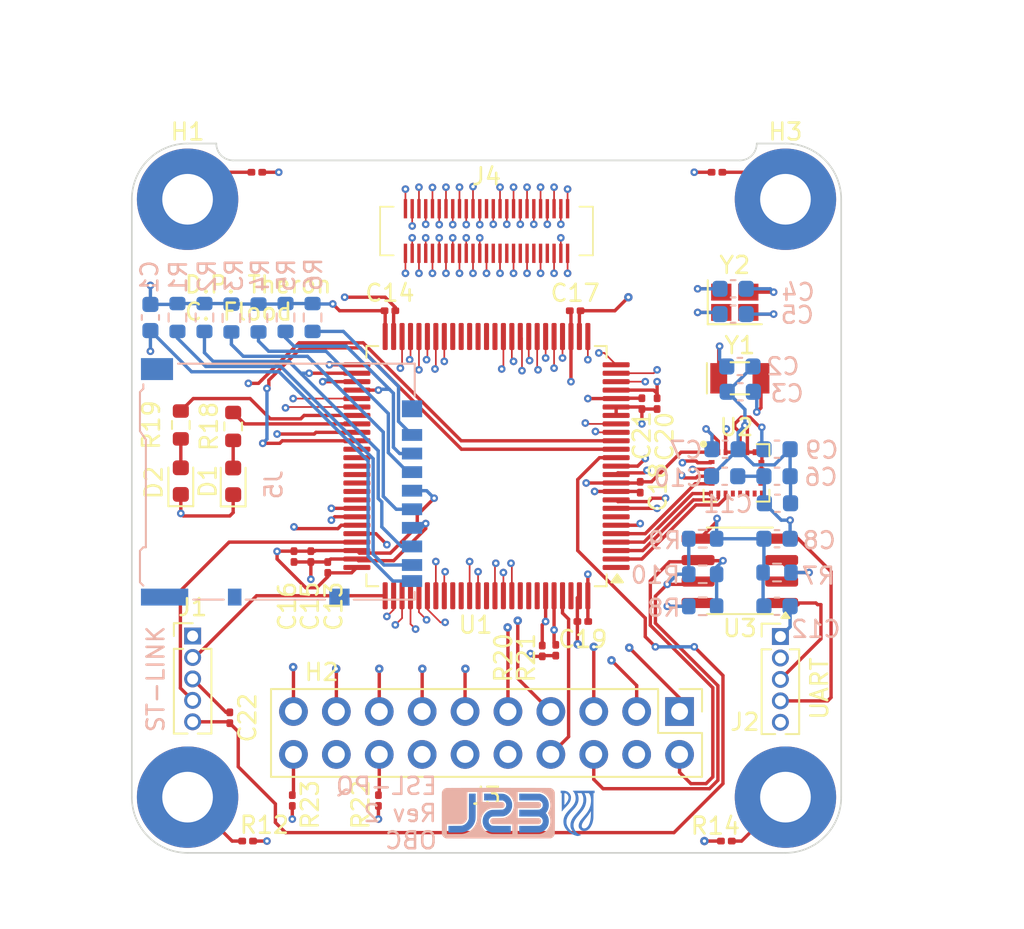
<source format=kicad_pcb>
(kicad_pcb (version 20240108) (generator "pcbnew") (generator_version "8.0")
  (title_block (title "Development of an ADCS for a PocketQube") (date "2023-09-06") (comment 2 "PCB Design") (comment 3 "22619291") (comment 4 "DP Theron"))
  (layers (0 "F.Cu" signal) (1 "In1.Cu" mixed) (2 "In2.Cu" mixed) (31 "B.Cu" signal) (34 "B.Paste" user) (35 "F.Paste" user) (36 "B.SilkS" user "B.Silkscreen") (37 "F.SilkS" user "F.Silkscreen") (38 "B.Mask" user) (39 "F.Mask" user) (44 "Edge.Cuts" user))
  (net 0 "")
  (net 1 "OSC_IN")
  (net 2 "OSC_OUT")
  (net 3 "OSC32_IN")
  (net 4 "OSC32_OUT")
  (net 5 "NRST")
  (net 6 "SPI NSS")
  (net 7 "SPI MOSI")
  (net 8 "SPI SCK")
  (net 9 "SPI MISO")
  (net 10 "SCL")
  (net 11 "SDA")
  (net 13 "USART RX")
  (net 14 "USART TX")
  (net 15 "DCap")
  (net 19 "SWCLK")
  (net 20 "SWDIO")
  (net 26 "SAOG")
  (net 27 "SAOM")
  (net 28 "CSAG")
  (net 29 "CSM")
  (net 30 "GND")
  (net 31 "Net-(U2-CAP)")
  (net 32 "Net-(U2-C1)")
  (net 33 "Net-(D1-A)")
  (net 34 "Net-(D2-A)")
  (net 35 "Net-(H1-Pad1)")
  (net 36 "Net-(H2-Pad1)")
  (net 37 "Net-(H3-Pad1)")
  (net 38 "Net-(H4-Pad1)")
  (net 39 "EPS-RST")
  (net 40 "Net-(J5-DAT2)")
  (net 41 "3V3")
  (net 42 "PPS")
  (net 43 "5V")
  (net 44 "PWR")
  (net 45 "TX")
  (net 46 "RS-EN")
  (net 47 "RS-A")
  (net 48 "RS-B")
  (net 49 "Net-(J5-DAT1)")
  (net 59 "S2_3V3")
  (net 60 "I2C-SDA")
  (net 61 "I2C-SCL")
  (net 62 "S1_5V")
  (net 63 "S2_5V")
  (net 64 "Unreg Solar")
  (net 65 "Unreg Bat")
  (net 76 "DB8")
  (net 77 "DB3")
  (net 78 "/Daughterboard Connector/DB43")
  (net 79 "/Daughterboard Connector/DB31")
  (net 80 "DB26")
  (net 81 "DB4")
  (net 82 "/Daughterboard Connector/DB35")
  (net 83 "DB50")
  (net 84 "DB19")
  (net 85 "DB38")
  (net 86 "DB13")
  (net 87 "DB46")
  (net 88 "DB24")
  (net 89 "/Daughterboard Connector/DB39")
  (net 90 "DB23")
  (net 91 "/Daughterboard Connector/DB27")
  (net 92 "DB37")
  (net 93 "DB32")
  (net 94 "DB20")
  (net 95 "DB45")
  (net 96 "DB29")
  (net 97 "DB25")
  (net 98 "DB16")
  (net 99 "DB42")
  (net 100 "DB11")
  (net 101 "DB21")
  (net 102 "DB41")
  (net 103 "DB49")
  (net 104 "DB12")
  (net 105 "DB34")
  (net 106 "DB17")
  (net 107 "DB15")
  (net 108 "DB28")
  (net 109 "DB2")
  (net 110 "DB5")
  (net 111 "DB33")
  (net 112 "DB7")
  (net 113 "DB1")
  (net 114 "DB30")
  (net 115 "DB9")
  (footprint "Skripsie:R_0201_0603Metric" (layer "F.Cu") (at 263.145 24.5)
    (property "Reference" "R13" (hide yes))
    (property "Value" "0")
  )
  (footprint "Skripsie:C_0201_0603Metric" (layer "F.Cu") (at 255.2 51.1 180)
    (property "Reference" "C19")
    (property "Value" "100n")
  )
  (footprint "LED_SMD:LED_0603_1608Metric" (layer "F.Cu") (at 231.4 42.7875 90)
    (property "Reference" "D2")
    (property "Value" "LED")
  )
  (footprint "Package_QFP:LQFP-100_14x14mm_P0.5mm" (layer "F.Cu") (at 249.5 41.9 180)
    (property "Reference" "U1")
    (property "Value" "STM32L496VGTx")
  )
  (footprint "Skripsie:R_0201_0603Metric" (layer "F.Cu") (at 235.355 64.1 180)
    (property "Reference" "R12")
    (property "Value" "0")
  )
  (footprint "Skripsie:R_0201_0603Metric" (layer "F.Cu") (at 252.8 52.845 90)
    (property "Reference" "R20")
    (property "Value" "4k7")
  )
  (footprint "Skripsie:PinHeader_1x05_P1.27mm_Vertical" (layer "F.Cu") (at 232.1 51.96)
    (property "Reference" "J1")
    (property "Value" "Conn_01x05")
  )
  (footprint "Skripsie:C_0201_0603Metric" (layer "F.Cu") (at 240.1 47.9 90)
    (property "Reference" "C15")
    (property "Value" "100n")
  )
  (footprint "MountingHole:MountingHole_3mm_Pad" (layer "F.Cu") (at 267.2 61.5)
    (property "Reference" "H4" (hide yes))
    (property "Value" "MountingHole_Pad")
  )
  (footprint "Skripsie:LGA-24L_3x3.5mm_P0.43mm" (layer "F.Cu") (at 264.3 42.3)
    (property "Reference" "U2")
    (property "Value" "LSM9DS1TR")
  )
  (footprint "Skripsie:R_0201_0603Metric" (layer "F.Cu") (at 235.9 24.5 180)
    (property "Reference" "R11" (hide yes))
    (property "Value" "0")
  )
  (footprint "Skripsie:C_0201_0603Metric" (layer "F.Cu") (at 258.7 38.2 -90)
    (property "Reference" "C21")
    (property "Value" "1u")
  )
  (footprint "MountingHole:MountingHole_3mm_Pad" (layer "F.Cu") (at 267.2 26.1)
    (property "Reference" "H3")
    (property "Value" "MountingHole_Pad")
  )
  (footprint "Skripsie:R_0201_0603Metric" (layer "F.Cu") (at 243.1 61.7 90)
    (property "Reference" "R22")
    (property "Value" "4k7")
  )
  (footprint "Skripsie:C_0201_0603Metric" (layer "F.Cu") (at 254.75 32.7)
    (property "Reference" "C17")
    (property "Value" "100n")
  )
  (footprint "Skripsie:C_0201_0603Metric" (layer "F.Cu") (at 234.3 56.8 -90)
    (property "Reference" "C22")
    (property "Value" "100n")
  )
  (footprint "ESL_PQ:ESL_PQ_Main_Header" (layer "F.Cu") (at 249.5 56.43)
    (property "Reference" "J3")
    (property "Value" "ESL_PQ_MainHeader")
  )
  (footprint "MountingHole:MountingHole_3mm_Pad" (layer "F.Cu") (at 231.8 61.5)
    (property "Reference" "H2")
    (property "Value" "MountingHole_Pad")
  )
  (footprint "Skripsie:HRS_DF40C-50DS-0.4V(51)" (layer "F.Cu") (at 249.5 27.98)
    (property "Reference" "J4")
    (property "Value" "Conn_02x25_Odd_Even")
  )
  (footprint "Skripsie:C_0201_0603Metric" (layer "F.Cu") (at 239.1 47.255 -90)
    (property "Reference" "C13")
    (property "Value" "10u")
  )
  (footprint "Skripsie:PinHeader_1x05_P1.27mm_Vertical" (layer "F.Cu") (at 266.9 51.99)
    (property "Reference" "J2")
    (property "Value" "Conn_01x05")
  )
  (footprint "Skripsie:R_0201_0603Metric" (layer "F.Cu") (at 253.6 52.8 90)
    (property "Reference" "R21")
    (property "Value" "4k7")
  )
  (footprint "Resistor_SMD:R_0603_1608Metric" (layer "F.Cu") (at 234.5 39.55 90)
    (property "Reference" "R18")
    (property "Value" "165")
  )
  (footprint "Skripsie:Crystal_SMD_EuroQuartz_EQ161-2Pin_3.2x1.5mm" (layer "F.Cu") (at 264.5 36.7)
    (property "Reference" "Y1")
    (property "Value" "32.768 kHz")
  )
  (footprint "Skripsie:C_0201_0603Metric" (layer "F.Cu") (at 238.1 47.255 -90)
    (property "Reference" "C16")
    (property "Value" "100n")
  )
  (footprint "Package_SO:SOIC-8_3.9x4.9mm_P1.27mm" (layer "F.Cu") (at 264.5 48.1 180)
    (property "Reference" "U3")
    (property "Value" "MAX485EDA")
  )
  (footprint "Skripsie:C_0201_0603Metric" (layer "F.Cu") (at 259.6 38.2 -90)
    (property "Reference" "C20")
    (property "Value" "1u")
  )
  (footprint "Skripsie:C_0201_0603Metric" (layer "F.Cu") (at 243.78 32.7)
    (property "Reference" "C14")
    (property "Value" "100n")
  )
  (footprint "Skripsie:Crystal_SMD_EuroQuartz_X22-4Pin_2.5x2.0mm" (layer "F.Cu") (at 264.2 32.2)
    (property "Reference" "Y2")
    (property "Value" "16 MHz")
  )
  (footprint "MountingHole:MountingHole_3mm_Pad" (layer "F.Cu") (at 231.8 26.1)
    (property "Reference" "H1")
    (property "Value" "MountingHole_Pad")
  )
  (footprint "Skripsie:R_0201_0603Metric" (layer "F.Cu") (at 263.7 64.1)
    (property "Reference" "R14")
    (property "Value" "0")
  )
  (footprint "Resistor_SMD:R_0603_1608Metric" (layer "F.Cu") (at 231.4 39.4625 90)
    (property "Reference" "R19")
    (property "Value" "165")
  )
  (footprint "LED_SMD:LED_0603_1608Metric" (layer "F.Cu") (at 234.5 42.8 90)
    (property "Reference" "D1")
    (property "Value" "LED")
  )
  (footprint "Skripsie:C_0201_0603Metric" (layer "F.Cu") (at 258.6 43.15 -90)
    (property "Reference" "C18")
    (property "Value" "100n")
  )
  (footprint "Skripsie:R_0201_0603Metric" (layer "F.Cu") (at 238 61.7 -90)
    (property "Reference" "R23")
    (property "Value" "4k7")
  )
  (footprint "LOGO" (layer "B.Cu") (at 250.2 62.45 180)
    (property "Reference" "G***" (hide yes))
    (property "Value" "LOGO" (hide yes))
  )
  (footprint "Capacitor_SMD:C_0603_1608Metric" (layer "B.Cu") (at 264.1 31.4)
    (property "Reference" "C5")
    (property "Value" "12p")
  )
  (footprint "Resistor_SMD:R_0603_1608Metric" (layer "B.Cu") (at 262.3 50.2)
    (property "Reference" "R8")
    (property "Value" "4k7")
  )
  (footprint "Capacitor_SMD:C_0603_1608Metric" (layer "B.Cu") (at 264.5 36 180)
    (property "Reference" "C2")
    (property "Value" "8p")
  )
  (footprint "Capacitor_SMD:C_0603_1608Metric" (layer "B.Cu") (at 229.6 33.1 -90)
    (property "Reference" "C1")
    (property "Value" "10u")
  )
  (footprint "Resistor_SMD:R_0603_1608Metric" (layer "B.Cu") (at 237.6 33.1 -90)
    (property "Reference" "R5")
    (property "Value" "4k7")
  )
  (footprint "Capacitor_SMD:C_0603_1608Metric" (layer "B.Cu") (at 266.7 42.5 180)
    (property "Reference" "C6")
    (property "Value" "100n")
  )
  (footprint "Resistor_SMD:R_0603_1608Metric" (layer "B.Cu") (at 262.3 48.3 180)
    (property "Reference" "R10")
    (property "Value" "120k")
  )
  (footprint "Capacitor_SMD:C_0603_1608Metric" (layer "B.Cu") (at 266.7 40.9 180)
    (property "Reference" "C9")
    (property "Value" "10n")
  )
  (footprint "Capacitor_SMD:C_0603_1608Metric" (layer "B.Cu") (at 266.725 44.1)
    (property "Reference" "C8")
    (property "Value" "10u")
  )
  (footprint "Capacitor_SMD:C_0603_1608Metric" (layer "B.Cu") (at 266.7 46.2 180)
    (property "Reference" "C11")
    (property "Value" "100n")
  )
  (footprint "Resistor_SMD:R_0603_1608Metric" (layer "B.Cu") (at 239.2 33.1 -90)
    (property "Reference" "R6")
    (property "Value" "4k7")
  )
  (footprint "Resistor_SMD:R_0603_1608Metric" (layer "B.Cu") (at 236 33.13 -90)
    (property "Reference" "R4")
    (property "Value" "4k7")
  )
  (footprint "Resistor_SMD:R_0603_1608Metric" (layer "B.Cu") (at 234.395 33.13 -90)
    (property "Reference" "R3")
    (property "Value" "4k7")
  )
  (footprint "Resistor_SMD:R_0603_1608Metric" (layer "B.Cu") (at 231.2 33.1 -90)
    (property "Reference" "R1")
    (property "Value" "4k7")
  )
  (footprint "Skripsie:microSD_HC_Hirose_DM3AT-SF-PEJM5" (layer "B.Cu") (at 237.365 42.83 90)
    (property "Reference" "J5")
    (property "Value" "Micro_SD_Card")
  )
  (footprint "Resistor_SMD:R_0603_1608Metric" (layer "B.Cu") (at 266.7 48.2 180)
    (property "Reference" "R7")
    (property "Value" "4k7")
  )
  (footprint "Capacitor_SMD:C_0603_1608Metric" (layer "B.Cu") (at 266.7 50.2 180)
    (property "Reference" "C12")
    (property "Value" "10u")
  )
  (footprint "Capacitor_SMD:C_0603_1608Metric" (layer "B.Cu") (at 264.525 37.5)
    (property "Reference" "C3")
    (property "Value" "8p")
  )
  (footprint "Capacitor_SMD:C_0603_1608Metric" (layer "B.Cu") (at 264.1 32.9 180)
    (property "Reference" "C4")
    (property "Value" "12p")
  )
  (footprint "LOGO" (layer "B.Cu") (at 250.2 62.45 180)
    (property "Reference" "G***" (hide yes))
    (property "Value" "LOGO" (hide yes))
  )
  (footprint "Capacitor_SMD:C_0603_1608Metric" (layer "B.Cu") (at 263.6 42.5 180)
    (property "Reference" "C7")
    (property "Value" "100n")
  )
  (footprint "Resistor_SMD:R_0603_1608Metric" (layer "B.Cu") (at 262.3 46.2)
    (property "Reference" "R9")
    (property "Value" "4k7")
  )
  (footprint "LOGO" (layer "B.Cu") (at 254.9 62.45 180)
    (property "Reference" "G***" (hide yes))
    (property "Value" "LOGO" (hide yes))
  )
  (footprint "Resistor_SMD:R_0603_1608Metric" (layer "B.Cu") (at 232.8 33.1 -90)
    (property "Reference" "R2")
    (property "Value" "4k7")
  )
  (footprint "Capacitor_SMD:C_0603_1608Metric" (layer "B.Cu") (at 263.625 40.9)
    (property "Reference" "C10")
    (property "Value" "100n")
  )
  (gr_arc (start 270.5 61.5) (mid 269.533452 63.833452) (end 267.2 64.8) (stroke (width 0.1)) (layer "Edge.Cuts"))
  (gr_line (start 231.8 64.8) (end 267.2 64.8) (stroke (width 0.1)) (layer "Edge.Cuts"))
  (gr_line (start 265.5 22.8) (end 267.2 22.8) (stroke (width 0.1)) (layer "Edge.Cuts"))
  (gr_arc (start 228.5 26.1) (mid 229.466548 23.766548) (end 231.8 22.8) (stroke (width 0.1)) (layer "Edge.Cuts"))
  (gr_line (start 270.5 26.1) (end 270.5 61.5) (stroke (width 0.1)) (layer "Edge.Cuts"))
  (gr_arc (start 231.8 64.8) (mid 229.466548 63.833452) (end 228.5 61.5) (stroke (width 0.1)) (layer "Edge.Cuts"))
  (gr_line (start 234.5 23.8) (end 264.5 23.8) (stroke (width 0.1)) (layer "Edge.Cuts"))
  (gr_arc (start 265.5 22.8) (mid 265.207107 23.507107) (end 264.5 23.8) (stroke (width 0.1)) (layer "Edge.Cuts"))
  (gr_arc (start 267.2 22.8) (mid 269.533452 23.766548) (end 270.5 26.1) (stroke (width 0.1)) (layer "Edge.Cuts"))
  (gr_line (start 228.5 26.1) (end 228.5 61.5) (stroke (width 0.1)) (layer "Edge.Cuts"))
  (gr_arc (start 234.5 23.8) (mid 233.792893 23.507107) (end 233.5 22.8) (stroke (width 0.1)) (layer "Edge.Cuts"))
  (gr_line (start 233.5 22.8) (end 231.8 22.8) (stroke (width 0.1)) (layer "Edge.Cuts"))
  (gr_text "ESL-PQ\nRev 2\nOBC" (at 246.65 64.65 0) (layer "B.SilkS") (effects (font (size 1 1)) (justify left bottom mirror)))
  (gr_text "ST-LINK" (at 230.5 57.75 90) (layer "B.SilkS") (effects (font (size 1 1)) (justify left bottom)))
  (gr_text "UART" (at 269.8 57 90) (layer "F.SilkS") (effects (font (size 1 1)) (justify left bottom)))
  (gr_text "D.P. Theron\nC. Flood" (at 231.55 33.35 0) (layer "F.SilkS") (effects (font (size 1 1)) (justify left bottom)))
  (segment (start 257.275 42.3) (end 257.175 42.4) (width 0.2) (layer "F.Cu") (net 1))
  (segment (start 258.85 42.3) (end 257.275 42.3) (width 0.2) (layer "F.Cu") (net 1))
  (segment (start 259 42.15) (end 258.85 42.3) (width 0.2) (layer "F.Cu") (net 1))
  (segment (start 263.4 32.8) (end 262 32.8) (width 0.2) (layer "F.Cu") (net 1))
  (via (at 262 32.8) (size 0.45) (drill 0.2) (layers "F.Cu" "B.Cu") (net 1))
  (via (at 259 42.15) (size 0.45) (drill 0.2) (layers "F.Cu" "B.Cu") (net 1))
  (segment (start 262 32.8) (end 263.225 32.8) (width 0.2) (layer "B.Cu") (net 1))
  (segment (start 263.225 32.8) (end 263.325 32.9) (width 0.2) (layer "B.Cu") (net 1))
  (segment (start 258.45 41.9) (end 257.175 41.9) (width 0.2) (layer "F.Cu") (net 2))
  (segment (start 258.9 41.45) (end 258.45 41.9) (width 0.2) (layer "F.Cu") (net 2))
  (segment (start 265 31.6) (end 266.5 31.6) (width 0.2) (layer "F.Cu") (net 2))
  (via (at 266.5 31.6) (size 0.45) (drill 0.2) (layers "F.Cu" "B.Cu") (net 2))
  (via (at 258.9 41.45) (size 0.45) (drill 0.2) (layers "F.Cu" "B.Cu") (net 2))
  (segment (start 264.875 31.4) (end 266.3 31.4) (width 0.2) (layer "B.Cu") (net 2))
  (segment (start 266.3 31.4) (end 266.5 31.6) (width 0.2) (layer "B.Cu") (net 2))
  (segment (start 263.25 34.85) (end 263.3 34.8) (width 0.2) (layer "F.Cu") (net 3))
  (segment (start 259.6 44.4) (end 257.175 44.4) (width 0.2) (layer "F.Cu") (net 3))
  (segment (start 263.25 36.7) (end 263.25 34.85) (width 0.2) (layer "F.Cu") (net 3))
  (via (at 263.3 34.8) (size 0.45) (drill 0.2) (layers "F.Cu" "B.Cu") (net 3))
  (via (at 259.6 44.4) (size 0.45) (drill 0.2) (layers "F.Cu" "B.Cu") (net 3))
  (segment (start 263.3 35.575) (end 263.725 36) (width 0.2) (layer "B.Cu") (net 3))
  (segment (start 263.3 34.8) (end 263.3 35.575) (width 0.2) (layer "B.Cu") (net 3))
  (segment (start 257.275 44) (end 257.175 43.9) (width 0.2) (layer "F.Cu") (net 4))
  (segment (start 265.75 36.7) (end 265.75 38.45) (width 0.2) (layer "F.Cu") (net 4))
  (segment (start 265.75 38.45) (end 265.5 38.7) (width 0.2) (layer "F.Cu") (net 4))
  (segment (start 259.3 43.8) (end 259.1 44) (width 0.2) (layer "F.Cu") (net 4))
  (segment (start 259.1 44) (end 257.275 44) (width 0.2) (layer "F.Cu") (net 4))
  (segment (start 260.1 43.8) (end 259.3 43.8) (width 0.2) (layer "F.Cu") (net 4))
  (via (at 265.5 38.7) (size 0.45) (drill 0.2) (layers "F.Cu" "B.Cu") (net 4))
  (via (at 260.1 43.8) (size 0.45) (drill 0.2) (layers "F.Cu" "B.Cu") (net 4))
  (segment (start 265.5 37.7) (end 265.3 37.5) (width 0.2) (layer "B.Cu") (net 4))
  (segment (start 265.5 38.7) (end 265.5 37.7) (width 0.2) (layer "B.Cu") (net 4))
  (segment (start 234.22 57.04) (end 234.3 57.12) (width 0.2) (layer "F.Cu") (net 5))
  (segment (start 257.175 41.4) (end 256.192893 41.4) (width 0.2) (layer "F.Cu") (net 5))
  (segment (start 256.192893 41.4) (end 254.9 42.692893) (width 0.2) (layer "F.Cu") (net 5))
  (segment (start 237.6 63.6) (end 237 63) (width 0.2) (layer "F.Cu") (net 5))
  (segment (start 234.8 57.62) (end 234.3 57.12) (width 0.2) (layer "F.Cu") (net 5))
  (segment (start 237 63) (end 237 61.9) (width 0.2) (layer "F.Cu") (net 5))
  (segment (start 260.6 63.6) (end 237.6 63.6) (width 0.2) (layer "F.Cu") (net 5))
  (segment (start 254.9 42.692893) (end 254.9 46.9) (width 0.2) (layer "F.Cu") (net 5))
  (segment (start 263.5 60.7) (end 260.6 63.6) (width 0.2) (layer "F.Cu") (net 5))
  (segment (start 261.8 52.6) (end 263.5 54.3) (width 0.2) (layer "F.Cu") (net 5))
  (segment (start 254.9 46.9) (end 258.9 50.9) (width 0.2) (layer "F.Cu") (net 5))
  (segment (start 237 61.9) (end 234.8 59.7) (width 0.2) (layer "F.Cu") (net 5))
  (segment (start 263.5 54.3) (end 263.5 60.7) (width 0.2) (layer "F.Cu") (net 5))
  (segment (start 258.9 52) (end 259.5 52.6) (width 0.2) (layer "F.Cu") (net 5))
  (segment (start 258.9 50.9) (end 258.9 52) (width 0.2) (layer "F.Cu") (net 5))
  (segment (start 232.1 57.04) (end 234.22 57.04) (width 0.2) (layer "F.Cu") (net 5))
  (segment (start 234.8 59.7) (end 234.8 57.62) (width 0.2) (layer "F.Cu") (net 5))
  (via (at 261.8 52.6) (size 0.45) (drill 0.2) (layers "F.Cu" "B.Cu") (net 5))
  (via (at 259.5 52.6) (size 0.45) (drill 0.2) (layers "F.Cu" "B.Cu") (net 5))
  (segment (start 259.5 52.6) (end 261.8 52.6) (width 0.2) (layer "B.Cu") (net 5))
  (segment (start 243.1 37.4) (end 241.825 37.4) (width 0.2) (layer "F.Cu") (net 6))
  (via (at 243.1 37.4) (size 0.45) (drill 0.2) (layers "F.Cu" "B.Cu") (net 6))
  (segment (start 243.987868 37.587868) (end 243.987868 40.787868) (width 0.2) (layer "B.Cu") (net 6))
  (segment (start 237.6 34.3) (end 238.1 34.8) (width 0.2) (layer "B.Cu") (net 6))
  (segment (start 244.355 41.155) (end 245.09 41.155) (width 0.2) (layer "B.Cu") (net 6))
  (segment (start 243.15 37.35) (end 243.1 37.4) (width 0.2) (layer "B.Cu") (net 6))
  (segment (start 243.75 37.35) (end 243.15 37.35) (width 0.2) (layer "B.Cu") (net 6))
  (segment (start 238.1 34.8) (end 241.2 34.8) (width 0.2) (layer "B.Cu") (net 6))
  (segment (start 243.987868 40.787868) (end 244.355 41.155) (width 0.2) (layer "B.Cu") (net 6))
  (segment (start 241.2 34.8) (end 243.75 37.35) (width 0.2) (layer "B.Cu") (net 6))
  (segment (start 243.75 37.35) (end 243.987868 37.587868) (width 0.2) (layer "B.Cu") (net 6))
  (segment (start 237.6 33.925) (end 237.6 34.3) (width 0.2) (layer "B.Cu") (net 6))
  (segment (start 240.2 35.9) (end 241.825 35.9) (width 0.2) (layer "F.Cu") (net 7))
  (via (at 240.2 35.9) (size 0.45) (drill 0.2) (layers "F.Cu" "B.Cu") (net 7))
  (segment (start 240.75 35.85) (end 240.25 35.85) (width 0.2) (layer "B.Cu") (net 7))
  (segment (start 240.75 35.85) (end 243.687868 38.787868) (width 0.2) (layer "B.Cu") (net 7))
  (segment (start 244.84 42.255) (end 245.09 42.255) (width 0.2) (layer "B.Cu") (net 7))
  (segment (start 236 33.955) (end 236 34.5) (width 0.2) (layer "B.Cu") (net 7))
  (segment (start 243.687868 38.787868) (end 243.687868 41.102868) (width 0.2) (layer "B.Cu") (net 7))
  (segment (start 236.6 35.1) (end 240 35.1) (width 0.2) (layer "B.Cu") (net 7))
  (segment (start 240 35.1) (end 240.75 35.85) (width 0.2) (layer "B.Cu") (net 7))
  (segment (start 243.687868 41.102868) (end 244.84 42.255) (width 0.2) (layer "B.Cu") (net 7))
  (segment (start 240.25 35.85) (end 240.2 35.9) (width 0.2) (layer "B.Cu") (net 7))
  (segment (start 236 34.5) (end 236.6 35.1) (width 0.2) (layer "B.Cu") (net 7))
  (segment (start 239.8 36.9) (end 241.825 36.9) (width 0.2) (layer "F.Cu") (net 8))
  (via (at 239.8 36.9) (size 0.45) (drill 0.2) (layers "F.Cu" "B.Cu") (net 8))
  (segment (start 238.9 35.4) (end 240.3 36.8) (width 0.2) (layer "B.Cu") (net 8))
  (segment (start 243.387868 43.687868) (end 244.155 44.455) (width 0.2) (layer "B.Cu") (net 8))
  (segment (start 243.387868 39.887868) (end 243.387868 43.687868) (width 0.2) (layer "B.Cu") (net 8))
  (segment (start 239.9 36.8) (end 239.8 36.9) (width 0.2) (layer "B.Cu") (net 8))
  (segment (start 234.395 33.955) (end 234.395 34.695) (width 0.2) (layer "B.Cu") (net 8))
  (segment (start 240.3 36.8) (end 239.9 36.8) (width 0.2) (layer "B.Cu") (net 8))
  (segment (start 235.1 35.4) (end 238.9 35.4) (width 0.2) (layer "B.Cu") (net 8))
  (segment (start 244.155 44.455) (end 245.09 44.455) (width 0.2) (layer "B.Cu") (net 8))
  (segment (start 234.395 34.695) (end 235.1 35.4) (width 0.2) (layer "B.Cu") (net 8))
  (segment (start 240.3 36.8) (end 243.387868 39.887868) (width 0.2) (layer "B.Cu") (net 8))
  (segment (start 239 36.4) (end 241.825 36.4) (width 0.2) (layer "F.Cu") (net 9))
  (via (at 239 36.4) (size 0.45) (drill 0.2) (layers "F.Cu" "B.Cu") (net 9))
  (segment (start 238.6 36.4) (end 239 36.4) (width 0.2) (layer "B.Cu") (net 9))
  (segment (start 243.3 45.5) (end 243.3 44.024264) (width 0.2) (layer "B.Cu") (net 9))
  (segment (start 233.316618 35.7) (end 232.8 35.183382) (width 0.2) (layer "B.Cu") (net 9))
  (segment (start 243.087868 40.987868) (end 238.55 36.45) (width 0.2) (layer "B.Cu") (net 9))
  (segment (start 243.087868 43.812132) (end 243.087868 40.987868) (width 0.2) (layer "B.Cu") (net 9))
  (segment (start 237.8 35.7) (end 233.316618 35.7) (width 0.2) (layer "B.Cu") (net 9))
  (segment (start 232.75 34) (end 232.795 33.955) (width 0.2) (layer "B.Cu") (net 9))
  (segment (start 245.09 46.655) (end 244.455 46.655) (width 0.2) (layer "B.Cu") (net 9))
  (segment (start 238.55 36.45) (end 238.6 36.4) (width 0.2) (layer "B.Cu") (net 9))
  (segment (start 232.8 35.183382) (end 232.8 33.925) (width 0.2) (layer "B.Cu") (net 9))
  (segment (start 243.3 44.024264) (end 243.087868 43.812132) (width 0.2) (layer "B.Cu") (net 9))
  (segment (start 238.55 36.45) (end 237.8 35.7) (width 0.2) (layer "B.Cu") (net 9))
  (segment (start 244.455 46.655) (end 243.3 45.5) (width 0.2) (layer "B.Cu") (net 9))
  (segment (start 261.1 41.7) (end 261.2 41.6) (width 0.2) (layer "F.Cu") (net 10))
  (segment (start 262.78 41.7) (end 262.825 41.655) (width 0.2) (layer "F.Cu") (net 10))
  (segment (start 252.8 52.525) (end 252.8 51.3) (width 0.2) (layer "F.Cu") (net 10))
  (segment (start 252.8 51.3) (end 253 51.1) (width 0.2) (layer "F.Cu") (net 10))
  (segment (start 261.907107 41.6) (end 262.007107 41.7) (width 0.2) (layer "F.Cu") (net 10))
  (segment (start 262.007107 41.7) (end 262.78 41.7) (width 0.2) (layer "F.Cu") (net 10))
  (segment (start 261.2 41.6) (end 261.907107 41.6) (width 0.2) (layer "F.Cu") (net 10))
  (segment (start 253 51.1) (end 253 49.575) (width 0.2) (layer "F.Cu") (net 10))
  (via (at 261.1 41.7) (size 0.45) (drill 0.2) (layers "F.Cu" "B.Cu") (net 10))
  (via (at 253 51.1) (size 0.45) (drill 0.2) (layers "F.Cu" "B.Cu") (net 10))
  (segment (start 261.907107 42.6) (end 262.007107 42.5) (width 0.2) (layer "F.Cu") (net 11))
  (segment (start 261.2 42.6) (end 261.907107 42.6) (width 0.2) (layer "F.Cu") (net 11))
  (segment (start 261.05 42.45) (end 261.2 42.6) (width 0.2) (layer "F.Cu") (net 11))
  (segment (start 262.007107 42.5) (end 262.81 42.5) (width 0.2) (layer "F.Cu") (net 11))
  (segment (start 253.5 52.38) (end 253.6 52.48) (width 0.2) (layer "F.Cu") (net 11))
  (segment (start 253.5 51.6) (end 253.5 52.38) (width 0.2) (layer "F.Cu") (net 11))
  (segment (start 253.5 51.6) (end 253.5 49.575) (width 0.2) (layer "F.Cu") (net 11))
  (segment (start 262.81 42.5) (end 262.825 42.515) (width 0.2) (layer "F.Cu") (net 11))
  (via (at 261.05 42.45) (size 0.45) (drill 0.2) (layers "F.Cu" "B.Cu") (net 11))
  (via (at 253.5 51.6) (size 0.45) (drill 0.2) (layers "F.Cu" "B.Cu") (net 11))
  (segment (start 240.315 45.1) (end 240.515 44.9) (width 0.2) (layer "F.Cu") (net 13))
  (segment (start 269.9 48.145001) (end 269.9 55.6) (width 0.2) (layer "F.Cu") (net 13))
  (segment (start 266.975 46.195) (end 267.949999 46.195) (width 0.2) (layer "F.Cu") (net 13))
  (segment (start 240.515 44.9) (end 241.825 44.9) (width 0.2) (layer "F.Cu") (net 13))
  (segment (start 269.9 55.6) (end 269.7 55.8) (width 0.2) (layer "F.Cu") (net 13))
  (segment (start 269.7 55.8) (end 266.9 55.8) (width 0.2) (layer "F.Cu") (net 13))
  (segment (start 267.949999 46.195) (end 269.9 48.145001) (width 0.2) (layer "F.Cu") (net 13))
  (via (at 240.315 45.1) (size 0.45) (drill 0.2) (layers "F.Cu" "B.Cu") (net 13))
  (segment (start 269.3 52.13) (end 269.3 50.1) (width 0.2) (layer "F.Cu") (net 14))
  (segment (start 266.975 50.105) (end 267.949999 50.105) (width 0.2) (layer "F.Cu") (net 14))
  (segment (start 269.3 50.1) (end 269.1 50.1) (width 0.2) (layer "F.Cu") (net 14))
  (segment (start 240.315 44.4) (end 241.825 44.4) (width 0.2) (layer "F.Cu") (net 14))
  (segment (start 266.9 54.53) (end 269.3 52.13) (width 0.2) (layer "F.Cu") (net 14))
  (segment (start 269.005 50.005) (end 266.975 50.005) (width 0.2) (layer "F.Cu") (net 14))
  (segment (start 269.1 50.1) (end 269.005 50.005) (width 0.2) (layer "F.Cu") (net 14))
  (via (at 240.315 44.4) (size 0.45) (drill 0.2) (layers "F.Cu" "B.Cu") (net 14))
  (segment (start 261.017893 41.075) (end 259.262893 42.83) (width 0.2) (layer "F.Cu") (net 15))
  (segment (start 259.6 37.6) (end 259.4 37.4) (width 0.2) (layer "F.Cu") (net 15))
  (segment (start 259.4 37.4) (end 257.175 37.4) (width 0.2) (layer "F.Cu") (net 15))
  (segment (start 263.655 41.075) (end 264.085 41.075) (width 0.2) (layer "F.Cu") (net 15))
  (segment (start 241.825 47.9) (end 241.505 48.22) (width 0.2) (layer "F.Cu") (net 15))
  (segment (start 248.23 53.92) (end 248.25 53.9) (width 0.2) (layer "F.Cu") (net 15))
  (segment (start 239.449999 49.1) (end 238.8 49.1) (width 0.2) (layer "F.Cu") (net 15))
  (segment (start 240.1 48.22) (end 240.1 48.449999) (width 0.2) (layer "F.Cu") (net 15))
  (segment (start 243.807107 47.05) (end 245.4 45.457107) (width 0.2) (layer "F.Cu") (net 15))
  (segment (start 238.1 46.935) (end 237.115 46.935) (width 0.2) (layer "F.Cu") (net 15))
  (segment (start 238.1 46.935) (end 239.1 46.935) (width 0.2) (layer "F.Cu") (net 15))
  (segment (start 257.175 42.9) (end 255.4 42.9) (width 0.2) (layer "F.Cu") (net 15))
  (segment (start 255.5 49.575) (end 255.5 51.08) (width 0.2) (layer "F.Cu") (net 15))
  (segment (start 239.335 46.935) (end 239.37 46.9) (width 0.2) (layer "F.Cu") (net 15))
  (segment (start 262.795 41.075) (end 261.017893 41.075) (width 0.2) (layer "F.Cu") (net 15))
  (segment (start 252.845 53.12) (end 252.8 53.165) (width 0.2) (layer "F.Cu") (net 15))
  (segment (start 245.4 44.8) (end 246.4 43.8) (width 0.2) (layer "F.Cu") (net 15))
  (segment (start 237.1 47.4) (end 237.1 46.95) (width 0.2) (layer "F.Cu") (net 15))
  (segment (start 259.6 37.88) (end 259.6 36.9) (width 0.2) (layer "F.Cu") (net 15))
  (segment (start 258.5 45.4) (end 258.6 45.3) (width 0.2) (layer "F.Cu") (net 15))
  (segment (start 255.5 49.575) (end 255.5 48.3) (width 0.2) (layer "F.Cu") (net 15))
  (segment (start 263.655 39.745) (end 263.7 39.7) (width 0.2) (layer "F.Cu") (net 15))
  (segment (start 243.5 34.225) (end 243.5 32.74) (width 0.2) (layer "F.Cu") (net 15))
  (segment (start 257.195 37.88) (end 257.175 37.9) (width 0.2) (layer "F.Cu") (net 15))
  (segment (start 243.1 62.02) (end 243.1 62.8) (width 0.2) (layer "F.Cu") (net 15))
  (segment (start 262.825 42.085) (end 261.715 42.085) (width 0.2) (layer "F.Cu") (net 15))
  (segment (start 261.715 42.085) (end 261.7 42.1) (width 0.2) (layer "F.Cu") (net 15))
  (segment (start 245.4 45.457107) (end 245.4 44.8) (width 0.2) (layer "F.Cu") (net 15))
  (segment (start 254.5 32.735) (end 254.535 32.7) (width 0.2) (layer "F.Cu") (net 15))
  (segment (start 241.975 47.05) (end 243.807107 47.05) (width 0.2) (layer "F.Cu") (net 15))
  (segment (start 259.262893 42.83) (end 258.6 42.83) (width 0.2) (layer "F.Cu") (net 15))
  (segment (start 261.93 50.2) (end 262.025 50.105) (width 0.2) (layer "F.Cu") (net 15))
  (segment (start 240.8 32.7) (end 240.4 32.3) (width 0.2) (layer "F.Cu") (net 15))
  (segment (start 255.5 51.08) (end 255.52 51.1) (width 0.2) (layer "F.Cu") (net 15))
  (segment (start 238 62.02) (end 238 62.8) (width 0.2) (layer "F.Cu") (net 15))
  (segment (start 254.5 34.225) (end 254.5 36.9) (width 0.2) (layer "F.Cu") (net 15))
  (segment (start 258.7 37.88) (end 257.195 37.88) (width 0.2) (layer "F.Cu") (net 15))
  (segment (start 252.265 53.165) (end 252.1 53) (width 0.2) (layer "F.Cu") (net 15))
  (segment (start 243.46 32.7) (end 240.8 32.7) (width 0.2) (layer "F.Cu") (net 15))
  (segment (start 254.5 34.225) (end 254.5 32.735) (width 0.2) (layer "F.Cu") (net 15))
  (segment (start 241.825 46.9) (end 241.975 47.05) (width 0.2) (layer "F.Cu") (net 15))
  (segment (start 237.115 46.935) (end 237.1 46.95) (width 0.2) (layer "F.Cu") (net 15))
  (segment (start 257.175 45.4) (end 258.5 45.4) (width 0.2) (layer "F.Cu") (net 15))
  (segment (start 259.6 37.88) (end 259.6 37.6) (width 0.2) (layer "F.Cu") (net 15))
  (segment (start 253.6 53.12) (end 252.845 53.12) (width 0.2) (layer "F.Cu") (net 15))
  (segment (start 245.5 26.683882) (end 245.5 25.383882) (width 0.1) (layer "F.Cu") (net 15))
  (segment (start 241.505 48.22) (end 240.1 48.22) (width 0.2) (layer "F.Cu") (net 15))
  (segment (start 258.53 42.9) (end 258.6 42.83) (width 0.2) (layer "F.Cu") (net 15))
  (segment (start 252.8 53.165) (end 252.265 53.165) (width 0.2) (layer "F.Cu") (net 15))
  (segment (start 255.5 37.9) (end 257.175 37.9) (width 0.2) (layer "F.Cu") (net 15))
  (segment (start 260.2 50.2) (end 261.93 50.2) (width 0.2) (layer "F.Cu") (net 15))
  (segment (start 239.1 46.935) (end 239.335 46.935) (width 0.2) (layer "F.Cu") (net 15))
  (segment (start 257.175 42.9) (end 258.53 42.9) (width 0.2) (layer "F.Cu") (net 15))
  (segment (start 239.37 46.9) (end 241.825 46.9) (width 0.2) (layer "F.Cu") (net 15))
  (segment (start 248.23 56.43) (end 248.23 53.92) (width 0.2) (layer "F.Cu") (net 15))
  (segment (start 238.8 49.1) (end 237.1 47.4) (width 0.2) (layer "F.Cu") (net 15))
  (segment (start 243.5 32.74) (end 243.46 32.7) (width 0.2) (layer "F.Cu") (net 15))
  (segment (start 263.655 41.075) (end 263.655 39.745) (width 0.2) (layer "F.Cu") (net 15))
  (segment (start 240.1 48.449999) (end 239.449999 49.1) (width 0.2) (layer "F.Cu") (net 15))
  (via (at 245.5 25.383882) (size 0.45) (drill 0.2) (layers "F.Cu" "B.Cu") (net 15))
  (via (at 243.1 62.8) (size 0.45) (drill 0.2) (layers "F.Cu" "B.Cu") (net 15))
  (via (at 237.1 46.95) (size 0.45) (drill 0.2) (layers "F.Cu" "B.Cu") (net 15))
  (via (at 238 62.8) (size 0.45) (drill 0.2) (layers "F.Cu" "B.Cu") (net 15))
  (via (at 267.475 45.1) (size 0.45) (drill 0.2) (layers "F.Cu" "B.Cu") (net 15))
  (via (at 252.1 53) (size 0.45) (drill 0.2) (layers "F.Cu" "B.Cu") (net 15))
  (via (at 258.6 45.3) (size 0.45) (drill 0.2) (layers "F.Cu" "B.Cu") (net 15))
  (via (at 261.7 42.1) (size 0.45) (drill 0.2) (layers "F.Cu" "B.Cu") (net 15))
  (via (at 263.7 39.7) (size 0.45) (drill 0.2) (layers "F.Cu" "B.Cu") (net 15))
  (via (at 255.4 42.9) (size 0.45) (drill 0.2) (layers "F.Cu" "B.Cu") (net 15))
  (via (at 246.4 43.8) (size 0.45) (drill 0.2) (layers "F.Cu" "B.Cu") (net 15))
  (via (at 255.5 37.9) (size 0.45) (drill 0.2) (layers "F.Cu" "B.Cu") (net 15))
  (via (at 260.2 50.2) (size 0.45) (drill 0.2) (layers "F.Cu" "B.Cu") (net 15))
  (via (at 254.5 36.9) (size 0.45) (drill 0.2) (layers "F.Cu" "B.Cu") (net 15))
  (via (at 248.25 53.9) (size 0.5) (drill 0.2) (layers "F.Cu" "B.Cu") (net 15))
  (via (at 259.6 36.9) (size 0.45) (drill 0.2) (layers "F.Cu" "B.Cu") (net 15))
  (via (at 255.5 48.3) (size 0.45) (drill 0.2) (layers "F.Cu" "B.Cu") (net 15))
  (via (at 229.6 31.2) (size 0.45) (drill 0.2) (layers "F.Cu" "B.Cu") (net 15))
  (via (at 240.4 32.3) (size 0.45) (drill 0.2) (layers "F.Cu" "B.Cu") (net 15))
  (segment (start 232.8 32.275) (end 234.365 32.275) (width 0.2) (layer "B.Cu") (net 15))
  (segment (start 240.4 32.3) (end 239.225 32.3) (width 0.2) (layer "B.Cu") (net 15))
  (segment (start 267.475 45.1) (end 267.475 46.2) (width 0.2) (layer "B.Cu") (net 15))
  (segment (start 231.15 32.325) (end 231.2 32.275) (width 0.2) (layer "B.Cu") (net 15))
  (segment (start 261.475 50.2) (end 260.2 50.2) (width 0.2) (layer "B.Cu") (net 15))
  (segment (start 237.6 32.275) (end 239.2 32.275) (width 0.2) (layer "B.Cu") (net 15))
  (segment (start 265.95 44.1) (end 266.95 45.1) (width 0.2) (layer "B.Cu") (net 15))
  (segment (start 265.95 44.1) (end 265.95 42.525) (width 0.2) (layer "B.Cu") (net 15))
  (segment (start 237.645 32.355) (end 237.595 32.305) (width 0.2) (layer "B.Cu") (net 15))
  (segment (start 229.6 32.325) (end 229.6 31.2) (width 0.2) (layer "B.Cu") (net 15))
  (segment (start 245.09 43.355) (end 245.955 43.355) (width 0.2) (layer "B.Cu") (net 15))
  (segment (start 236 32.305) (end 237.57 32.305) (width 0.2) (layer "B.Cu") (net 15))
  (segment (start 267.475 50.2) (end 267.475 51.415) (width 0.2) (layer "B.Cu") (net 15))
  (segment (start 237.57 32.305) (end 237.6 32.275) (width 0.2) (layer "B.Cu") (net 15))
  (segment (start 234.395 32.305) (end 236 32.305) (width 0.2) (layer "B.Cu") (net 15))
  (segment (start 245.955 43.355) (end 246.4 43.8) (width 0.2) (layer "B.Cu") (net 15))
  (segment (start 239.225 32.3) (end 239.2 32.275) (width 0.2) (layer "B.Cu") (net 15))
  (segment (start 231.2 32.275) (end 232.8 32.275) (width 0.2) (layer "B.Cu") (net 15))
  (segment (start 229.6 32.325) (end 231.15 32.325) (width 0.2) (layer "B.Cu") (net 15))
  (segment (start 266.95 45.1) (end 267.475 45.1) (width 0.2) (layer "B.Cu") (net 15))
  (segment (start 265.95 42.525) (end 265.925 42.5) (width 0.2) (layer "B.Cu") (net 15))
  (segment (start 265.925 42.5) (end 264.375 42.5) (width 0.2) (layer "B.Cu") (net 15))
  (segment (start 267.475 51.415) (end 266.9 51.99) (width 0.2) (layer "B.Cu") (net 15))
  (segment (start 232.1 53.23) (end 232.23 53.23) (width 0.2) (layer "F.Cu") (net 19))
  (segment (start 235.885 49.575) (end 243.5 49.575) (width 0.2) (layer "F.Cu") (net 19))
  (segment (start 232.23 53.23) (end 235.885 49.575) (width 0.2) (layer "F.Cu") (net 19))
  (segment (start 231.375 55.045) (end 231.375 49.285) (width 0.2) (layer "F.Cu") (net 20))
  (segment (start 231.375 49.285) (end 234.26 46.4) (width 0.2) (layer "F.Cu") (net 20))
  (segment (start 232.1 55.77) (end 231.375 55.045) (width 0.2) (layer "F.Cu") (net 20))
  (segment (start 234.26 46.4) (end 241.825 46.4) (width 0.2) (layer "F.Cu") (net 20))
  (segment (start 262.825 42.945) (end 261.855 42.945) (width 0.2) (layer "F.Cu") (net 26))
  (segment (start 258.9 45.9) (end 257.175 45.9) (width 0.2) (layer "F.Cu") (net 26))
  (segment (start 261.855 42.945) (end 258.9 45.9) (width 0.2) (layer "F.Cu") (net 26))
  (segment (start 261.699264 43.525) (end 258.824264 46.4) (width 0.2) (layer "F.Cu") (net 27))
  (segment (start 262.795 43.525) (end 261.699264 43.525) (width 0.2) (layer "F.Cu") (net 27))
  (segment (start 258.824264 46.4) (end 257.175 46.4) (width 0.2) (layer "F.Cu") (net 27))
  (segment (start 263.225 43.525) (end 263.225 43.785) (width 0.2) (layer "F.Cu") (net 28))
  (segment (start 263.225 43.785) (end 263.11 43.9) (width 0.2) (layer "F.Cu") (net 28))
  (segment (start 258.748528 46.9) (end 257.175 46.9) (width 0.2) (layer "F.Cu") (net 28))
  (segment (start 261.748528 43.9) (end 258.748528 46.9) (width 0.2) (layer "F.Cu") (net 28))
  (segment (start 263.11 43.9) (end 261.748528 43.9) (width 0.2) (layer "F.Cu") (net 28))
  (segment (start 258.8 47.3) (end 258.7 47.4) (width 0.2) (layer "F.Cu") (net 29))
  (segment (start 261.9 44.2) (end 258.8 47.3) (width 0.2) (layer "F.Cu") (net 29))
  (segment (start 263.655 43.779264) (end 263.234264 44.2) (width 0.2) (layer "F.Cu") (net 29))
  (segment (start 263.234264 44.2) (end 261.9 44.2) (width 0.2) (layer "F.Cu") (net 29))
  (segment (start 263.655 43.525) (end 263.655 43.779264) (width 0.2) (layer "F.Cu") (net 29))
  (segment (start 258.7 47.4) (end 257.175 47.4) (width 0.2) (layer "F.Cu") (net 29))
  (segment (start 262 31.4) (end 263.2 31.4) (width 0.2) (layer "F.Cu") (net 30))
  (segment (start 234.5 44.65) (end 234.3 44.85) (width 0.2) (layer "F.Cu") (net 30))
  (segment (start 257.175 43.4) (end 258.53 43.4) (width 0.2) (layer "F.Cu") (net 30))
  (segment (start 257.175 38.4) (end 257.175 38.9) (width 0.2) (layer "F.Cu") (net 30))
  (segment (start 257.175 38.4) (end 258.58 38.4) (width 0.2) (layer "F.Cu") (net 30))
  (segment (start 255 32.875) (end 255.175 32.7) (width 0.2) (layer "F.Cu") (net 30))
  (segment (start 258.7 38.52) (end 259.6 38.52) (width 0.2) (layer "F.Cu") (net 30))
  (segment (start 244.1 32.500001) (end 243.499999 31.9) (width 0.2) (layer "F.Cu") (net 30))
  (segment (start 264.8 39.5) (end 264.945 39.645) (width 0.2) (layer "F.Cu") (net 30))
  (segment (start 263.15 45.17) (end 262.025 46.295) (width 0.2) (layer "F.Cu") (net 30))
  (segment (start 257.1 32.7) (end 257.9 31.9) (width 0.2) (layer "F.Cu") (net 30))
  (segment (start 264.945 41.075) (end 265.375 41.075) (width 0.2) (layer "F.Cu") (net 30))
  (segment (start 262.825 24.5) (end 261.8 24.5) (width 0.2) (layer "F.Cu") (net 30))
  (segment (start 255.07 32.7) (end 257.1 32.7) (width 0.2) (layer "F.Cu") (net 30))
  (segment (start 263.2 31.4) (end 263.4 31.6) (width 0.2) (layer "F.Cu") (net 30))
  (segment (start 265.805 41.075) (end 265.805 41.625) (width 0.2) (layer "F.Cu") (net 30))
  (segment (start 232.1 54.5) (end 234.08 56.48) (width 0.2) (layer "F.Cu") (net 30))
  (segment (start 234.5 43.5875) (end 234.5 44.65) (width 0.2) (layer "F.Cu") (net 30))
  (segment (start 234.08 56.48) (end 234.3 56.48) (width 0.2) (layer "F.Cu") (net 30))
  (segment (start 236.22 24.5) (end 237.2 24.5) (width 0.2) (layer "F.Cu") (net 30))
  (segment (start 252.3 26.683882) (end 252.3 27.583882) (width 0.1) (layer "F.Cu") (net 30))
  (segment (start 263.15 45) (end 263.15 45.17) (width 0.2) (layer "F.Cu") (net 30))
  (segment (start 258.58 38.4) (end 258.7 38.52) (width 0.2) (layer "F.Cu") (net 30))
  (segment (start 265.775 42.085) (end 265.775 42.515) (width 0.2) (layer "F.Cu") (net 30))
  (segment (start 254.88 51.1) (end 254.88 49.695) (width 0.2) (layer "F.Cu") (net 30))
  (segment (start 231.55 44.85) (end 231.4 44.7) (width 0.2) (layer "F.Cu") (net 30))
  (segment (start 244.1 32.7) (end 244.1 32.500001) (width 0.2) (layer "F.Cu") (net 30))
  (segment (start 238.1 47.575) (end 239.1 47.575) (width 0.2) (layer "F.Cu") (net 30))
  (segment (start 257.175 43.4) (end 255.9 43.4) (width 0.2) (layer "F.Cu") (net 30))
  (segment (start 240.61 53.91) (end 240.6 53.9) (width 0.2) (layer "F.Cu") (net 30))
  (segment (start 239.1 47.575) (end 239.1 48.6) (width 0.2) (layer "F.Cu") (net 30))
  (segment (start 258.7 38.52) (end 258.7 39.4) (width 0.2) (layer "F.Cu") (net 30))
  (segment (start 254.88 52.43) (end 254.9 52.45) (width 0.2) (layer "F.Cu") (net 30))
  (segment (start 264.945 39.645) (end 264.945 41.075) (width 0.2) (layer "F.Cu") (net 30))
  (segment (start 265.1 32.9) (end 265 32.8) (width 0.2) (layer "F.Cu") (net 30))
  (segment (start 240.28 47.4) (end 241.825 47.4) (width 0.2) (layer "F.Cu") (net 30))
  (segment (start 263.38 64.1) (end 262.4 64.1) (width 0.2) (layer "F.Cu") (net 30))
  (segment (start 231.4 43.575) (end 231.4 44.7) (width 0.2) (layer "F.Cu") (net 30))
  (segment (start 243.499999 31.9) (end 241.1 31.9) (width 0.2) (layer "F.Cu") (net 30))
  (segment (start 258.39 54.89) (end 258.39 56.43) (width 0.2) (layer "F.Cu") (net 30))
  (segment (start 247.9 25.383882) (end 247.9 26.683882) (width 0.1) (layer "F.Cu") (net 30))
  (segment (start 265.775 41.655) (end 265.775 42.085) (width 0.2) (layer "F.Cu") (net 30))
  (segment (start 255 34.225) (end 255 32.875) (width 0.2) (layer "F.Cu") (net 30))
  (segment (start 266.5 32.9) (end 265.1 32.9) (width 0.2) (layer "F.Cu") (net 30))
  (segment (start 256.9 53.4) (end 258.39 54.89) (width 0.2) (layer "F.Cu") (net 30))
  (segment (start 265.375 41.075) (end 265.805 41.075) (width 0.2) (layer "F.Cu") (net 30))
  (segment (start 245.9 45.3) (end 245.9 45.6) (width 0.2) (layer "F.Cu") (net 30))
  (segment (start 254.88 49.695) (end 255 49.575) (width 0.2) (layer "F.Cu") (net 30))
  (segment (start 245.9 45.6) (end 244 47.5) (width 0.2) (layer "F.Cu") (net 30))
  (segment (start 234.3 44.85) (end 231.55 44.85) (width 0.2) (layer "F.Cu") (net 30))
  (segment (start 239.1 47.575) (end 240.095 47.575) (width 0.2) (layer "F.Cu") (net 30))
  (segment (start 244 32.8) (end 244.1 32.7) (width 0.2) (layer "F.Cu") (net 30))
  (segment (start 241.925 47.5) (end 241.825 47.4) (width 0.2) (layer "F.Cu") (net 30))
  (segment (start 234.4875 43.575) (end 234.5 43.5875) (width 0.2) (layer "F.Cu") (net 30))
  (segment (start 254.88 51.1) (end 254.88 52.43) (width 0.2) (layer "F.Cu") (net 30))
  (segment (start 244 47.5) (end 241.925 47.5) (width 0.2) (layer "F.Cu") (net 30))
  (segment (start 240.095 47.575) (end 240.1 47.58) (width 0.2) (layer "F.Cu") (net 30))
  (segment (start 240.61 56.43) (end 240.61 53.91) (width 0.2) (layer "F.Cu") (net 30))
  (segment (start 265.775 42.515) (end 265.775 42.945) (width 0.2) (layer "F.Cu") (net 30))
  (segment (start 235.675 64.1) (end 236.5 64.1) (width 0.2) (layer "F.Cu") (net 30))
  (segment (start 258.53 43.4) (end 258.6 43.47) (width 0.2) (layer "F.Cu") (net 30))
  (segment (start 244 34.225) (end 244 32.8) (width 0.2) (layer "F.Cu") (net 30))
  (segment (start 240.1 47.58) (end 240.28 47.4) (width 0.2) (layer "F.Cu") (net 30))
  (segment (start 265.805 41.625) (end 265.775 41.655) (width 0.2) (layer "F.Cu") (net 30))
  (via (at 262.4 64.1) (size 0.5) (drill 0.2) (layers "F.Cu" "B.Cu") (net 30))
  (via (at 255.9 43.4) (size 0.45) (drill 0.2) (layers "F.Cu" "B.Cu") (net 30))
  (via (at 239.1 48.6) (size 0.45) (drill 0.2) (layers "F.Cu" "B.Cu") (net 30))
  (via (at 236.5 64.1) (size 0.45) (drill 0.2) (layers "F.Cu" "B.Cu") (net 30))
  (via (at 256.9 53.4) (size 0.5) (drill 0.2) (layers "F.Cu" "B.Cu") (net 30))
  (via (at 254.9 52.45) (size 0.5) (drill 0.2) (layers "F.Cu" "B.Cu") (net 30))
  (via (at 245.9 45.3) (size 0.45) (drill 0.2) (layers "F.Cu" "B.Cu") (net 30))
  (via (at 240.6 53.9) (size 0.5) (drill 0.2) (layers "F.Cu" "B.Cu") (net 30))
  (via (at 247.9 25.383882) (size 0.45) (drill 0.2) (layers "F.Cu" "B.Cu") (net 30))
  (via (at 262 31.4) (size 0.45) (drill 0.2) (layers "F.Cu" "B.Cu") (net 30))
  (via (at 261.8 24.5) (size 0.45) (drill 0.2) (layers "F.Cu" "B.Cu") (net 30))
  (via (at 257.9 31.9) (size 0.5) (drill 0.2) (layers "F.Cu" "B.Cu") (net 30))
  (via (at 229.6 35.1) (size 0.45) (drill 0.2) (layers "F.Cu" "B.Cu") (net 30))
  (via (at 258.7 39.4) (size 0.45) (drill 0.2) (layers "F.Cu" "B.Cu") (net 30))
  (via (at 266.5 32.9) (size 0.45) (drill 0.2) (layers "F.Cu" "B.Cu") (net 30))
  (via (at 231.4 44.7) (size 0.45) (drill 0.2) (layers "F.Cu" "B.Cu") (net 30))
  (via (at 252.3 27.583882) (size 0.45) (drill 0.2) (layers "F.Cu" "B.Cu") (net 30))
  (via (at 237.2 24.5) (size 0.45) (drill 0.2) (layers "F.Cu" "B.Cu") (net 30))
  (via (at 264.8 39.5) (size 0.45) (drill 0.2) (layers "F.Cu" "B.Cu") (net 30))
  (via (at 241.1 31.9) (size 0.45) (drill 0.2) (layers "F.Cu" "B.Cu") (net 30))
  (via (at 263.15 45) (size 0.45) (drill 0.2) (layers "F.Cu" "B.Cu") (net 30))
  (segment (start 263.775 37.5) (end 265.275 36) (width 0.2) (layer "B.Cu") (net 30))
  (segment (start 264.875 32.9) (end 266.5 32.9) (width 0.2) (layer "B.Cu") (net 30))
  (segment (start 266.55 41.825) (end 267.475 40.9) (width 0.2) (layer "B.Cu") (net 30))
  (segment (start 229.6 33.875) (end 232.037132 36.312132) (width 0.2) (layer "B.Cu") (net 30))
  (segment (start 265.875 50.15) (end 265.925 50.2) (width 0.2) (layer "B.Cu") (net 30))
  (segment (start 237.212132 36.312132) (end 242.487868 41.587868) (width 0.2) (layer "B.Cu") (net 30))
  (segment (start 263.325 31.4) (end 262 31.4) (width 0.2) (layer "B.Cu") (net 30))
  (segment (start 267.5 42.525) (end 267.475 42.5) (width 0.2) (layer "B.Cu") (net 30))
  (segment (start 267.5 44.1) (end 267.5 42.525) (width 0.2) (layer "B.Cu") (net 30))
  (segment (start 262.825 42.5) (end 262.825 42.475) (width 0.2) (layer "B.Cu") (net 30))
  (segment (start 245.645 45.555) (end 245.09 45.555) (width 0.2) (layer "B.Cu") (net 30))
  (segment (start 263.125 46.2) (end 263.125 45.025) (width 0.2) (layer "B.Cu") (net 30))
  (segment (start 263.75 37.5) (end 263.775 37.5) (width 0.2) (layer "B.Cu") (net 30))
  (segment (start 265.925 46.2) (end 265.925 48.15) (width 0.2) (layer "B.Cu") (net 30))
  (segment (start 264.4 40.9) (end 264.4 39.9) (width 0.2) (layer "B.Cu") (net 30))
  (segment (start 264.8 39.5) (end 264.8 38.55) (width 0.2) (layer "B.Cu") (net 30))
  (segment (start 242.487868 41.587868) (end 242.487868 47.237868) (width 0.2) (layer "B.Cu") (net 30))
  (segment (start 245.9 45.3) (end 245.645 45.555) (width 0.2) (layer "B.Cu") (net 30))
  (segment (start 262.825 42.475) (end 264.4 40.9) (width 0.2) (layer "B.Cu") (net 30))
  (segment (start 264.8 38.55) (end 263.75 37.5) (width 0.2) (layer "B.Cu") (net 30))
  (segment (start 264.4 39.9) (end 264.8 39.5) (width 0.2) (layer "B.Cu") (net 30))
  (segment (start 229.6 33.875) (end 229.6 35.1) (width 0.2) (layer "B.Cu") (net 30))
  (segment (start 267.475 42.5) (end 267.475 40.9) (width 0.2) (layer "B.Cu") (net 30))
  (segment (start 232.037132 36.312132) (end 237.212132 36.312132) (width 0.2) (layer "B.Cu") (net 30))
  (segment (start 243.955 48.705) (end 245.09 48.705) (width 0.2) (layer "B.Cu") (net 30))
  (segment (start 263.125 46.2) (end 265.925 46.2) (width 0.2) (layer "B.Cu") (net 30))
  (segment (start 265.875 48.2) (end 265.875 50.15) (width 0.2) (layer "B.Cu") (net 30))
  (segment (start 263.125 45.025) (end 263.15 45) (width 0.2) (layer "B.Cu") (net 30))
  (segment (start 264.4 40.9) (end 265.325 41.825) (width 0.2) (layer "B.Cu") (net 30))
  (segment (start 265.325 41.825) (end 266.55 41.825) (width 0.2) (layer "B.Cu") (net 30))
  (segment (start 242.487868 47.237868) (end 243.955 48.705) (width 0.2) (layer "B.Cu") (net 30))
  (segment (start 265.925 48.15) (end 265.875 48.2) (width 0.2) (layer "B.Cu") (net 30))
  (segment (start 264.2 39.392893) (end 264.592893 39) (width 0.2) (layer "F.Cu") (net 31))
  (segment (start 265.092893 39) (end 265.692893 39.6) (width 0.2) (layer "F.Cu") (net 31))
  (segment (start 265.692893 39.6) (end 265.8 39.6) (width 0.2) (layer "F.Cu") (net 31))
  (segment (start 264.515 39.922107) (end 264.2 39.607107) (width 0.2) (layer "F.Cu") (net 31))
  (segment (start 264.592893 39) (end 265.092893 39) (width 0.2) (layer "F.Cu") (net 31))
  (segment (start 264.515 41.075) (end 264.515 39.922107) (width 0.2) (layer "F.Cu") (net 31))
  (segment (start 264.2 39.607107) (end 264.2 39.392893) (width 0.2) (layer "F.Cu") (net 31))
  (via (at 265.8 39.6) (size 0.45) (drill 0.2) (layers "F.Cu" "B.Cu") (net 31))
  (segment (start 265.8 40.775) (end 265.925 40.9) (width 0.2) (layer "B.Cu") (net 31))
  (segment (start 265.8 39.6) (end 265.8 40.775) (width 0.2) (layer "B.Cu") (net 31))
  (segment (start 262.5 39.7) (end 263.225 40.425) (width 0.2) (layer "F.Cu") (net 32))
  (segment (start 263.225 40.425) (end 263.225 41.075) (width 0.2) (layer "F.Cu") (net 32))
  (via (at 262.5 39.7) (size 0.45) (drill 0.2) (layers "F.Cu" "B.Cu") (net 32))
  (segment (start 262.85 40.05) (end 262.85 40.9) (width 0.2) (layer "B.Cu") (net 32))
  (segment (start 262.5 39.7) (end 262.85 40.05) (width 0.2) (layer "B.Cu") (net 32))
  (segment (start 234.5 40.375) (end 234.5 42.0125) (width 0.2) (layer "F.Cu") (net 33))
  (segment (start 231.4 40.2875) (end 231.4 42) (width 0.2) (layer "F.Cu") (net 34))
  (segment (start 235.58 24.5) (end 233.4 24.5) (width 0.2) (layer "F.Cu") (net 35))
  (segment (start 233.3 24.5) (end 231.8 26) (width 0.2) (layer "F.Cu") (net 35))
  (segment (start 233.4 24.5) (end 231.8 26.1) (width 0.2) (layer "F.Cu") (net 35))
  (segment (start 235.035 64.1) (end 234.436904 64.1) (width 0.2) (layer "F.Cu") (net 36))
  (segment (start 234.436904 64.1) (end 231.833452 61.496548) (width 0.2) (layer "F.Cu") (net 36))
  (segment (start 263.465 24.5) (end 265.6 24.5) (width 0.2) (layer "F.Cu") (net 37))
  (segment (start 265.6 24.5) (end 267.2 26.1) (width 0.2) (layer "F.Cu") (net 37))
  (segment (start 264.603096 64.1) (end 267.196548 61.506548) (width 0.2) (layer "F.Cu") (net 38))
  (segment (start 264.02 64.1) (end 264.603096 64.1) (width 0.2) (layer "F.Cu") (net 38))
  (segment (start 253.31 58.97) (end 254.36 57.92) (width 0.2) (layer "F.Cu") (net 39))
  (segment (start 254.36 50.96) (end 254 50.6) (width 0.2) (layer "F.Cu") (net 39))
  (segment (start 254 50.6) (end 254 49.575) (width 0.2) (layer "F.Cu") (net 39))
  (segment (start 254.36 57.92) (end 254.36 50.96) (width 0.2) (layer "F.Cu") (net 39))
  (segment (start 241.025 33.925) (end 244.29 37.19) (width 0.2) (layer "B.Cu") (net 40))
  (segment (start 244.29 39.255) (end 245.09 40.055) (width 0.2) (layer "B.Cu") (net 40))
  (segment (start 239.2 34) (end 239.295 33.905) (width 0.2) (layer "B.Cu") (net 40))
  (segment (start 239.2 33.925) (end 241.025 33.925) (width 0.2) (layer "B.Cu") (net 40))
  (segment (start 244.29 37.19) (end 244.29 39.255) (width 0.2) (layer "B.Cu") (net 40))
  (segment (start 247.1 26.683882) (end 247.1 25.383882) (width 0.1) (layer "F.Cu") (net 41))
  (segment (start 243.2 56.38) (end 243.15 56.43) (width 0.2) (layer "F.Cu") (net 41))
  (segment (start 243.15 56.43) (end 243.15 53.9) (width 0.2) (layer "F.Cu") (net 41))
  (via (at 247.1 25.383882) (size 0.45) (drill 0.2) (layers "F.Cu" "B.Cu") (net 41))
  (via (at 243.15 53.9) (size 0.5) (drill 0.2) (layers "F.Cu" "B.Cu") (net 41))
  (segment (start 238.1 45.5) (end 238.2 45.6) (width 0.2) (layer "F.Cu") (net 42))
  (segment (start 238.2 45.6) (end 240.7 45.6) (width 0.2) (layer "F.Cu") (net 42))
  (segment (start 240.7 45.6) (end 240.9 45.4) (width 0.2) (layer "F.Cu") (net 42))
  (segment (start 240.9 45.4) (end 241.825 45.4) (width 0.2) (layer "F.Cu") (net 42))
  (via (at 238.1 45.5) (size 0.45) (drill 0.2) (layers "F.Cu" "B.Cu") (net 42))
  (segment (start 253.1 26.683882) (end 253.1 27.583882) (width 0.1) (layer "F.Cu") (net 43))
  (segment (start 255.85 56.43) (end 255.85 52.6) (width 0.2) (layer "F.Cu") (net 43))
  (via (at 253.1 27.583882) (size 0.45) (drill 0.2) (layers "F.Cu" "B.Cu") (net 43))
  (via (at 255.85 52.6) (size 0.5) (drill 0.2) (layers "F.Cu" "B.Cu") (net 43))
  (segment (start 234.5 38.725) (end 235.175 39.4) (width 0.2) (layer "F.Cu") (net 44))
  (segment (start 235.175 39.4) (end 241.825 39.4) (width 0.2) (layer "F.Cu") (net 44))
  (segment (start 238.7 38.9) (end 241.825 38.9) (width 0.2) (layer "F.Cu") (net 45))
  (segment (start 238.5 39.1) (end 238.7 38.9) (width 0.2) (layer "F.Cu") (net 45))
  (segment (start 236.7 39.1) (end 238.5 39.1) (width 0.2) (layer "F.Cu") (net 45))
  (segment (start 235.5 37.9) (end 236.7 39.1) (width 0.2) (layer "F.Cu") (net 45))
  (segment (start 231.4 38.6375) (end 232.1375 37.9) (width 0.2) (layer "F.Cu") (net 45))
  (segment (start 232.1375 37.9) (end 235.5 37.9) (width 0.2) (layer "F.Cu") (net 45))
  (segment (start 267.61 48.2) (end 266.975 47.565) (width 0.2) (layer "F.Cu") (net 46))
  (segment (start 243.6 46.55) (end 242.95 45.9) (width 0.2) (layer "F.Cu") (net 46))
  (segment (start 267.61 48.2) (end 266.975 48.835) (width 0.2) (layer "F.Cu") (net 46))
  (segment (start 242.95 45.9) (end 241.825 45.9) (width 0.2) (layer "F.Cu") (net 46))
  (segment (start 268.6 48.2) (end 267.61 48.2) (width 0.2) (layer "F.Cu") (net 46))
  (via (at 243.6 46.55) (size 0.45) (drill 0.2) (layers "F.Cu" "B.Cu") (net 46))
  (via (at 268.6 48.2) (size 0.45) (drill 0.2) (layers "F.Cu" "B.Cu") (net 46))
  (segment (start 268.6 48.2) (end 267.525 48.2) (width 0.2) (layer "B.Cu") (net 46))
  (segment (start 262.9 55.024264) (end 262.9 60.3) (width 0.2) (layer "F.Cu") (net 47))
  (segment (start 260.93 60.03) (end 260.93 58.97) (width 0.2) (layer "F.Cu") (net 47))
  (segment (start 259.2 48.7) (end 259.2 51.324264) (width 0.2) (layer "F.Cu") (net 47))
  (segment (start 263.5 47.5) (end 262.09 47.5) (width 0.2) (layer "F.Cu") (net 47))
  (segment (start 260.3 47.6) (end 259.2 48.7) (width 0.2) (layer "F.Cu") (net 47))
  (segment (start 262.025 47.565) (end 260.335 47.565) (width 0.2) (layer "F.Cu") (net 47))
  (segment (start 262.5 60.7) (end 261.6 60.7) (width 0.2) (layer "F.Cu") (net 47))
  (segment (start 259.2 51.324264) (end 262.9 55.024264) (width 0.2) (layer "F.Cu") (net 47))
  (segment (start 261.96 47.5) (end 262.025 47.565) (width 0.2) (layer "F.Cu") (net 47))
  (segment (start 261.6 60.7) (end 260.93 60.03) (width 0.2) (layer "F.Cu") (net 47))
  (segment (start 262.9 60.3) (end 262.5 60.7) (width 0.2) (layer "F.Cu") (net 47))
  (segment (start 262.09 47.5) (end 262.025 47.565) (width 0.2) (layer "F.Cu") (net 47))
  (segment (start 260.335 47.565) (end 260.3 47.6) (width 0.2) (layer "F.Cu") (net 47))
  (via (at 263.5 47.5) (size 0.45) (drill 0.2) (layers "F.Cu" "B.Cu") (net 47))
  (segment (start 263.125 50.2) (end 263.125 48.3) (width 0.2) (layer "B.Cu") (net 47))
  (segment (start 263.125 48.3) (end 263.125 47.875) (width 0.2) (layer "B.Cu") (net 47))
  (segment (start 263.125 47.875) (end 263.5 47.5) (width 0.2) (layer "B.Cu") (net 47))
  (segment (start 260.2 48.9) (end 261.96 48.9) (width 0.2) (layer "F.Cu") (net 48))
  (segment (start 259.5 51.2) (end 263.2 54.9) (width 0.2) (layer "F.Cu") (net 48))
  (segment (start 255.85 60.45) (end 255.85 58.97) (width 0.2) (layer "F.Cu") (net 48))
  (segment (start 263.2 60.5) (end 262.7 61) (width 0.2) (layer "F.Cu") (net 48))
  (segment (start 263.2 54.9) (end 263.2 60.5) (width 0.2) (layer "F.Cu") (net 48))
  (segment (start 261.96 48.9) (end 262.025 48.835) (width 0.2) (layer "F.Cu") (net 48))
  (segment (start 256.4 61) (end 255.85 60.45) (width 0.2) (layer "F.Cu") (net 48))
  (segment (start 260.2 48.9) (end 259.5 49.6) (width 0.2) (layer "F.Cu") (net 48))
  (segment (start 259.5 49.6) (end 259.5 51.2) (width 0.2) (layer "F.Cu") (net 48))
  (segment (start 262.7 61) (end 256.4 61) (width 0.2) (layer "F.Cu") (net 48))
  (via (at 260.2 48.9) (size 0.45) (drill 0.2) (layers "F.Cu" "B.Cu") (net 48))
  (segment (start 261.475 48.3) (end 260.8 48.3) (width 0.2) (layer "B.Cu") (net 48))
  (segment (start 260.8 48.3) (end 260.2 48.9) (width 0.2) (layer "B.Cu") (net 48))
  (segment (start 261.475 48.3) (end 261.475 46.2) (width 0.2) (layer "B.Cu") (net 48))
  (segment (start 242.787868 47.113604) (end 243.429264 47.755) (width 0.2) (layer "B.Cu") (net 49))
  (segment (start 231.2 33.925) (end 231.2 34.325) (width 0.2) (layer "B.Cu") (net 49))
  (segment (start 237.324264 36) (end 242.787868 41.463604) (width 0.2) (layer "B.Cu") (net 49))
  (segment (start 232.875 36) (end 237.324264 36) (width 0.2) (layer "B.Cu") (net 49))
  (segment (start 242.787868 41.463604) (end 242.787868 47.113604) (width 0.2) (layer "B.Cu") (net 49))
  (segment (start 231.2 34.325) (end 232.875 36) (width 0.2) (layer "B.Cu") (net 49))
  (segment (start 243.429264 47.755) (end 245.09 47.755) (width 0.2) (layer "B.Cu") (net 49))
  (segment (start 246.3 26.683882) (end 246.3 25.4) (width 0.1) (layer "F.Cu") (net 59))
  (segment (start 245.69 56.43) (end 245.69 53.91) (width 0.2) (layer "F.Cu") (net 59))
  (segment (start 245.69 53.91) (end 245.7 53.9) (width 0.2) (layer "F.Cu") (net 59))
  (segment (start 246.3 25.4) (end 246.3 25.383882) (width 0.1) (layer "F.Cu") (net 59))
  (via (at 245.7 53.9) (size 0.5) (drill 0.2) (layers "F.Cu" "B.Cu") (net 59))
  (via (at 246.3 25.4) (size 0.45) (drill 0.2) (layers "F.Cu" "B.Cu") (net 59))
  (segment (start 237.1 40) (end 239.3 40) (width 0.2) (layer "F.Cu") (net 60))
  (segment (start 242.192893 34.6) (end 238.4 34.6) (width 0.2) (layer "F.Cu") (net 60))
  (segment (start 248 40.4) (end 245.7 38.1) (width 0.2) (layer "F.Cu") (net 60))
  (segment (start 245.692893 38.1) (end 242.192893 34.6) (width 0.2) (layer "F.Cu") (net 60))
  (segment (start 243.15 58.97) (end 243.15 61.33) (width 0.2) (layer "F.Cu") (net 60))
  (segment (start 238.4 34.6) (end 236.2 36.8) (width 0.2) (layer "F.Cu") (net 60))
  (segment (start 236.2 36.8) (end 236 37) (width 0.2) (layer "F.Cu") (net 60))
  (segment (start 243.15 61.33) (end 243.1 61.38) (width 0.2) (layer "F.Cu") (net 60))
  (segment (start 239.4 39.9) (end 241.825 39.9) (width 0.2) (layer "F.Cu") (net 60))
  (segment (start 257.175 40.4) (end 248 40.4) (width 0.2) (layer "F.Cu") (net 60))
  (segment (start 243.1 59.02) (end 243.15 58.97) (width 0.2) (layer "F.Cu") (net 60))
  (segment (start 236 37) (end 235.4 37) (width 0.2) (layer "F.Cu") (net 60))
  (segment (start 245.7 38.1) (end 245.692893 38.1) (width 0.2) (layer "F.Cu") (net 60))
  (segment (start 239.3 40) (end 239.4 39.9) (width 0.2) (layer "F.Cu") (net 60))
  (via (at 235.4 37) (size 0.45) (drill 0.2) (layers "F.Cu" "B.Cu") (net 60))
  (via (at 237.1 40) (size 0.45) (drill 0.2) (layers "F.Cu" "B.Cu") (net 60))
  (segment (start 241.9 34.9) (end 238.524264 34.9) (width 0.2) (layer "F.Cu") (net 61))
  (segment (start 248.015988 40.9) (end 242.015988 34.9) (width 0.2) (layer "F.Cu") (net 61))
  (segment (start 236.25 40.55) (end 237.257107 40.55) (width 0.2) (layer "F.Cu") (net 61))
  (segment (start 237.257107 40.55) (end 237.407107 40.4) (width 0.2) (layer "F.Cu") (net 61))
  (segment (start 238.07 58.97) (end 238.07 61.31) (width 0.2) (layer "F.Cu") (net 61))
  (segment (start 257.175 40.9) (end 248.015988 40.9) (width 0.2) (layer "F.Cu") (net 61))
  (segment (start 236.612132 36.812132) (end 236.612132 37.187868) (width 0.2) (layer "F.Cu") (net 61))
  (segment (start 242.015988 34.9) (end 241.9 34.9) (width 0.2) (layer "F.Cu") (net 61))
  (segment (start 236.612132 37.187868) (end 236.5 37.3) (width 0.2) (layer "F.Cu") (net 61))
  (segment (start 237.407107 40.4) (end 241.825 40.4) (width 0.2) (layer "F.Cu") (net 61))
  (segment (start 238.524264 34.9) (end 238.462132 34.962132) (width 0.2) (layer "F.Cu") (net 61))
  (segment (start 238.462132 34.962132) (end 236.612132 36.812132) (width 0.2) (layer "F.Cu") (net 61))
  (segment (start 238.07 61.31) (end 238 61.38) (width 0.2) (layer "F.Cu") (net 61))
  (via (at 236.25 40.55) (size 0.45) (drill 0.2) (layers "F.Cu" "B.Cu") (net 61))
  (via (at 236.5 37.3) (size 0.45) (drill 0.2) (layers "F.Cu" "B.Cu") (net 61))
  (segment (start 236.5 37.3) (end 236.5 40.3) (width 0.2) (layer "B.Cu") (net 61))
  (segment (start 236.5 40.3) (end 236.25 40.55) (width 0.2) (layer "B.Cu") (net 61))
  (segment (start 253.9 29.323882) (end 253.9 28.383882) (width 0.1) (layer "F.Cu") (net 62))
  (segment (start 250.77 51.47) (end 250.75 51.45) (width 0.2) (layer "F.Cu") (net 62))
  (segment (start 250.77 56.43) (end 250.77 51.47) (width 0.2) (layer "F.Cu") (net 62))
  (via (at 253.9 28.383882) (size 0.45) (drill 0.2) (layers "F.Cu" "B.Cu") (net 62))
  (via (at 250.75 51.45) (size 0.5) (drill 0.2) (layers "F.Cu" "B.Cu") (net 62))
  (segment (start 251.35 54.47) (end 251.35 51.05) (width 0.2) (layer "F.Cu") (net 63))
  (segment (start 253.9 26.683882) (end 253.9 27.583882) (width 0.1) (layer "F.Cu") (net 63))
  (segment (start 253.31 56.43) (end 251.35 54.47) (width 0.2) (layer "F.Cu") (net 63))
  (segment (start 253.9 26.683882) (end 253.85 26.633882) (width 0.1) (layer "F.Cu") (net 63))
  (via (at 253.9 27.583882) (size 0.45) (drill 0.2) (layers "F.Cu" "B.Cu") (net 63))
  (via (at 251.35 51.05) (size 0.5) (drill 0.2) (layers "F.Cu" "B.Cu") (net 63))
  (segment (start 251.5 26.683882) (end 251.5 27.583882) (width 0.1) (layer "F.Cu") (net 64))
  (segment (start 260.93 55.63) (end 257.95 52.65) (width 0.2) (layer "F.Cu") (net 64))
  (segment (start 260.93 56.43) (end 260.93 55.63) (width 0.2) (layer "F.Cu") (net 64))
  (via (at 257.95 52.65) (size 0.5) (drill 0.2) (layers "F.Cu" "B.Cu") (net 64))
  (via (at 251.5 27.583882) (size 0.45) (drill 0.2) (layers "F.Cu" "B.Cu") (net 64))
  (segment (start 238.07 53.82) (end 238.05 53.8) (width 0.2) (layer "F.Cu") (net 65))
  (segment (start 238.07 56.43) (end 238.07 53.82) (width 0.2) (layer "F.Cu") (net 65))
  (segment (start 248.7 26.683882) (end 248.7 25.35) (width 0.1) (layer "F.Cu") (net 65))
  (via (at 238.05 53.8) (size 0.5) (drill 0.2) (layers "F.Cu" "B.Cu") (net 65))
  (via (at 248.7 25.35) (size 0.45) (drill 0.2) (layers "F.Cu" "B.Cu") (net 65))
  (segment (start 246 50.374999) (end 246 49.575) (width 0.1) (layer "F.Cu") (net 76))
  (segment (start 246.775001 51.15) (end 246 50.374999) (width 0.1) (layer "F.Cu") (net 76))
  (segment (start 245.9 27.583882) (end 245.9 26.683882) (width 0.1) (layer "F.Cu") (net 76))
  (segment (start 247.05 51.15) (end 246.775001 51.15) (width 0.1) (layer "F.Cu") (net 76))
  (via (at 247.05 51.15) (size 0.45) (drill 0.2) (layers "F.Cu" "B.Cu") (net 76))
  (via (at 245.9 27.583882) (size 0.45) (drill 0.2) (layers "F.Cu" "B.Cu") (net 76))
  (segment (start 247 48.2) (end 247 49.575) (width 0.1) (layer "F.Cu") (net 77))
  (segment (start 247.05 48.15) (end 247 48.2) (width 0.1) (layer "F.Cu") (net 77))
  (segment (start 245.1 29.323882) (end 245.1 28.383882) (width 0.1) (layer "F.Cu") (net 77))
  (via (at 245.1 28.383882) (size 0.45) (drill 0.2) (layers "F.Cu" "B.Cu") (net 77))
  (via (at 247.05 48.15) (size 0.45) (drill 0.2) (layers "F.Cu" "B.Cu") (net 77))
  (segment (start 245.1 27.683882) (end 245.1 26.683882) (width 0.1) (layer "F.Cu") (net 81))
  (segment (start 246.5 47.55) (end 246.5 49.575) (width 0.1) (layer "F.Cu") (net 81))
  (via (at 246.5 47.55) (size 0.45) (drill 0.2) (layers "F.Cu" "B.Cu") (net 81))
  (via (at 245.1 27.683882) (size 0.45) (drill 0.2) (layers "F.Cu" "B.Cu") (net 81))
  (segment (start 254.3 26.683882) (end 254.3 25.383882) (width 0.1) (layer "F.Cu") (net 83))
  (segment (start 253.5 36.1) (end 253.5 34.225) (width 0.1) (layer "F.Cu") (net 83))
  (via (at 254.3 25.5) (size 0.45) (drill 0.2) (layers "F.Cu" "B.Cu") (net 83))
  (via (at 253.5 36.1) (size 0.45) (drill 0.2) (layers "F.Cu" "B.Cu") (net 83))
  (segment (start 248.3 29.323882) (end 248.3 28.383882) (width 0.1) (layer "F.Cu") (net 84))
  (segment (start 250.5 48.2) (end 250.5 49.575) (width 0.1) (layer "F.Cu") (net 84))
  (via (at 248.3 28.383882) (size 0.45) (drill 0.2) (layers "F.Cu" "B.Cu") (net 84))
  (via (at 250.5 48.2) (size 0.45) (drill 0.2) (layers "F.Cu" "B.Cu") (net 84))
  (segment (start 256.15 35.2) (end 256.475 35.2) (width 0.1) (layer "F.Cu") (net 85))
  (segment (start 251.9 26.683882) (end 251.9 25.383882) (width 0.1) (layer "F.Cu") (net 85))
  (segment (start 256.475 35.2) (end 257.175 35.9) (width 0.1) (layer "F.Cu") (net 85))
  (via (at 256.15 35.2) (size 0.45) (drill 0.2) (layers "F.Cu" "B.Cu") (net 85))
  (via (at 251.9 25.383882) (size 0.45) (drill 0.2) (layers "F.Cu" "B.Cu") (net 85))
  (segment (start 245.5 36.2) (end 245.5 34.225) (width 0.1) (layer "F.Cu") (net 86))
  (segment (start 247.1 29.323882) (end 247.1 30.483882) (width 0.1) (layer "F.Cu") (net 86))
  (via (at 247.1 30.483882) (size 0.45) (drill 0.2) (layers "F.Cu" "B.Cu") (net 86))
  (via (at 245.5 36.2) (size 0.45) (drill 0.2) (layers "F.Cu" "B.Cu") (net 86))
  (segment (start 253.5 26.683882) (end 253.5 25.383882) (width 0.1) (layer "F.Cu") (net 87))
  (segment (start 254 35.5) (end 254 34.225) (width 0.1) (layer "F.Cu") (net 87))
  (via (at 253.5 25.383882) (size 0.45) (drill 0.2) (layers "F.Cu" "B.Cu") (net 87))
  (via (at 254 35.5) (size 0.45) (drill 0.2) (layers "F.Cu" "B.Cu") (net 87))
  (segment (start 237.6 38.45) (end 237.65 38.4) (width 0.1) (layer "F.Cu") (net 88))
  (segment (start 237.65 38.4) (end 241.825 38.4) (width 0.1) (layer "F.Cu") (net 88))
  (segment (start 249.1 27.6) (end 249.1 26.683882) (width 0.1) (layer "F.Cu") (net 88))
  (segment (start 249.1 27.583882) (end 249.1 27.6) (width 0.1) (layer "F.Cu") (net 88))
  (via (at 249.1 27.6) (size 0.45) (drill 0.2) (layers "F.Cu" "B.Cu") (net 88))
  (via (at 237.6 38.45) (size 0.45) (drill 0.2) (layers "F.Cu" "B.Cu") (net 88))
  (segment (start 249.1 29.323882) (end 249.1 28.383882) (width 0.1) (layer "F.Cu") (net 90))
  (segment (start 251 47.7) (end 251 49.575) (width 0.1) (layer "F.Cu") (net 90))
  (segment (start 250.95 47.65) (end 251 47.7) (width 0.1) (layer "F.Cu") (net 90))
  (via (at 249.1 28.383882) (size 0.45) (drill 0.2) (layers "F.Cu" "B.Cu") (net 90))
  (via (at 250.95 47.65) (size 0.45) (drill 0.2) (layers "F.Cu" "B.Cu") (net 90))
  (segment (start 251.6 36.25) (end 251.6 34.325) (width 0.1) (layer "F.Cu") (net 92))
  (segment (start 251.9 29.323882) (end 251.9 30.483882) (width 0.1) (layer "F.Cu") (net 92))
  (segment (start 251.6 34.325) (end 251.5 34.225) (width 0.1) (layer "F.Cu") (net 92))
  (via (at 251.9 30.483882) (size 0.45) (drill 0.2) (layers "F.Cu" "B.Cu") (net 92))
  (via (at 251.6 36.25) (size 0.45) (drill 0.2) (layers "F.Cu" "B.Cu") (net 92))
  (segment (start 250.7 26.683882) (end 250.7 27.583882) (width 0.1) (layer "F.Cu") (net 93))
  (segment (start 258.9 36.9) (end 257.175 36.9) (width 0.1) (layer "F.Cu") (net 93))
  (via (at 258.9 36.9) (size 0.45) (drill 0.2) (layers "F.Cu" "B.Cu") (net 93))
  (via (at 250.7 27.583882) (size 0.45) (drill 0.2) (layers "F.Cu" "B.Cu") (net 93))
  (segment (start 238.05 37.9) (end 241.825 37.9) (width 0.1) (layer "F.Cu") (net 94))
  (segment (start 248.3 27.6) (end 248.3 26.683882) (width 0.1) (layer "F.Cu") (net 94))
  (segment (start 248.3 27.583882) (end 248.3 27.6) (width 0.1) (layer "F.Cu") (net 94))
  (via (at 248.3 27.6) (size 0.45) (drill 0.2) (layers "F.Cu" "B.Cu") (net 94))
  (via (at 238.05 37.9) (size 0.45) (drill 0.2) (layers "F.Cu" "B.Cu") (net 94))
  (segment (start 253.5 30.383882) (end 253.5 30.483882) (width 0.1) (layer "F.Cu") (net 95))
  (segment (start 253.5 29.323882) (end 253.5 30.383882) (width 0.1) (layer "F.Cu") (net 95))
  (segment (start 252.5 36.15) (end 252.5 34.225) (width 0.1) (layer "F.Cu") (net 95))
  (segment (start 252.55 36.2) (end 252.5 36.15) (width 0.1) (layer "F.Cu") (net 95))
  (via (at 252.55 36.2) (size 0.45) (drill 0.2) (layers "F.Cu" "B.Cu") (net 95))
  (via (at 253.5 30.483882) (size 0.45) (drill 0.2) (layers "F.Cu" "B.Cu") (net 95))
  (segment (start 250.5 36.05) (end 250.5 34.225) (width 0.1) (layer "F.Cu") (net 96))
  (segment (start 250.3 29.323882) (end 250.3 30.483882) (width 0.1) (layer "F.Cu") (net 96))
  (segment (start 250.4 36.15) (end 250.5 36.05) (width 0.1) (layer "F.Cu") (net 96))
  (via (at 250.4 36.15) (size 0.45) (drill 0.2) (layers "F.Cu" "B.Cu") (net 96))
  (via (at 250.3 30.483882) (size 0.45) (drill 0.2) (layers "F.Cu" "B.Cu") (net 96))
  (segment (start 249.5 29.323882) (end 249.5 30.483882) (width 0.1) (layer "F.Cu") (net 97))
  (segment (start 247 35.7) (end 247 34.225) (width 0.1) (layer "F.Cu") (net 97))
  (via (at 247 35.7) (size 0.45) (drill 0.2) (layers "F.Cu" "B.Cu") (net 97))
  (via (at 249.5 30.483882) (size 0.45) (drill 0.2) (layers "F.Cu" "B.Cu") (net 97))
  (segment (start 245 51.25) (end 245 49.575) (width 0.1) (layer "F.Cu") (net 98))
  (segment (start 247.5 27.6) (end 247.5 26.683882) (width 0.1) (layer "F.Cu") (net 98))
  (segment (start 245.3 51.55) (end 245 51.25) (width 0.1) (layer "F.Cu") (net 98))
  (segment (start 247.5 27.583882) (end 247.5 27.6) (width 0.1) (layer "F.Cu") (net 98))
  (via (at 247.5 27.6) (size 0.45) (drill 0.2) (layers "F.Cu" "B.Cu") (net 98))
  (via (at 245.3 51.55) (size 0.45) (drill 0.2) (layers "F.Cu" "B.Cu") (net 98))
  (segment (start 252.7 26.683882) (end 252.7 26.583882) (width 0.1) (layer "F.Cu") (net 99))
  (segment (start 255.5 35.6) (end 255.5 34.225) (width 0.1) (layer "F.Cu") (net 99))
  (segment (start 252.7 26.583882) (end 252.7 25.383882) (width 0.1) (layer "F.Cu") (net 99))
  (via (at 255.5 35.6) (size 0.45) (drill 0.2) (layers "F.Cu" "B.Cu") (net 99))
  (via (at 252.7 25.383882) (size 0.45) (drill 0.2) (layers "F.Cu" "B.Cu") (net 99))
  (segment (start 246.7 29.323882) (end 246.7 28.383882) (width 0.1) (layer "F.Cu") (net 100))
  (segment (start 249 48.15) (end 249 49.575) (width 0.1) (layer "F.Cu") (net 100))
  (via (at 246.7 28.383882) (size 0.45) (drill 0.2) (layers "F.Cu" "B.Cu") (net 100))
  (via (at 249 48.15) (size 0.45) (drill 0.2) (layers "F.Cu" "B.Cu") (net 100))
  (segment (start 246.5 36.1) (end 246.5 34.225) (width 0.1) (layer "F.Cu") (net 101))
  (segment (start 248.7 29.323882) (end 248.7 30.483882) (width 0.1) (layer "F.Cu") (net 101))
  (segment (start 246.45 36.15) (end 246.5 36.1) (width 0.1) (layer "F.Cu") (net 101))
  (via (at 246.45 36.15) (size 0.45) (drill 0.2) (layers "F.Cu" "B.Cu") (net 101))
  (via (at 248.7 30.483882) (size 0.45) (drill 0.2) (layers "F.Cu" "B.Cu") (net 101))
  (segment (start 252.05 35.65) (end 252 35.6) (width 0.1) (layer "F.Cu") (net 102))
  (segment (start 252.7 29.323882) (end 252.7 30.483882) (width 0.1) (layer "F.Cu") (net 102))
  (segment (start 252 35.6) (end 252 34.225) (width 0.1) (layer "F.Cu") (net 102))
  (via (at 252.05 35.65) (size 0.45) (drill 0.2) (layers "F.Cu" "B.Cu") (net 102))
  (via (at 252.7 30.483882) (size 0.45) (drill 0.2) (layers "F.Cu" "B.Cu") (net 102))
  (segment (start 253 35.5) (end 253 34.225) (width 0.1) (layer "F.Cu") (net 103))
  (segment (start 254.3 29.323882) (end 254.3 30.483882) (width 0.1) (layer "F.Cu") (net 103))
  (via (at 253 35.5) (size 0.45) (drill 0.2) (layers "F.Cu" "B.Cu") (net 103))
  (via (at 254.3 30.483882) (size 0.45) (drill 0.2) (layers "F.Cu" "B.Cu") (net 103))
  (segment (start 246.7 27.6) (end 246.7 26.683882) (width 0.1) (layer "F.Cu") (net 104))
  (segment (start 245.5 50.55) (end 245.5 49.575) (width 0.1) (layer "F.Cu") (net 104))
  (segment (start 246.7 27.583882) (end 246.7 27.6) (width 0.1) (layer "F.Cu") (net 104))
  (segment (start 246.7 26.683882) (end 246.75 26.633882) (width 0.1) (layer "F.Cu") (net 104))
  (segment (start 245.95 51) (end 245.5 50.55) (width 0.1) (layer "F.Cu") (net 104))
  (via (at 245.95 51) (size 0.45) (drill 0.2) (layers "F.Cu" "B.Cu") (net 104))
  (via (at 246.7 27.6) (size 0.45) (drill 0.2) (layers "F.Cu" "B.Cu") (net 104))
  (segment (start 251.1 26.683882) (end 251.1 25.383882) (width 0.1) (layer "F.Cu") (net 105))
  (segment (start 255.35 39.35) (end 255.4 39.4) (width 0.1) (layer "F.Cu") (net 105))
  (segment (start 255.4 39.4) (end 257.175 39.4) (width 0.1) (layer "F.Cu") (net 105))
  (via (at 251.1 25.383882) (size 0.45) (drill 0.2) (layers "F.Cu" "B.Cu") (net 105))
  (via (at 255.35 39.35) (size 0.45) (drill 0.2) (layers "F.Cu" "B.Cu") (net 105))
  (segment (start 247.9 29.323882) (end 247.9 30.483882) (width 0.1) (layer "F.Cu") (net 106))
  (segment (start 245.95 35.6) (end 246 35.55) (width 0.1) (layer "F.Cu") (net 106))
  (segment (start 246 35.55) (end 246 34.225) (width 0.1) (layer "F.Cu") (net 106))
  (via (at 247.9 30.483882) (size 0.45) (drill 0.2) (layers "F.Cu" "B.Cu") (net 106))
  (via (at 245.95 35.6) (size 0.45) (drill 0.2) (layers "F.Cu" "B.Cu") (net 106))
  (segment (start 247.5 29.323882) (end 247.5 28.383882) (width 0.1) (layer "F.Cu") (net 107))
  (segment (start 250.05 47.65) (end 250 47.7) (width 0.1) (layer "F.Cu") (net 107))
  (segment (start 250 47.7) (end 250 49.575) (width 0.1) (layer "F.Cu") (net 107))
  (via (at 247.5 28.383882) (size 0.45) (drill 0.2) (layers "F.Cu" "B.Cu") (net 107))
  (via (at 250.05 47.65) (size 0.45) (drill 0.2) (layers "F.Cu" "B.Cu") (net 107))
  (segment (start 259.6 36.2) (end 259.4 36.4) (width 0.1) (layer "F.Cu") (net 108))
  (segment (start 259.4 36.4) (end 257.175 36.4) (width 0.1) (layer "F.Cu") (net 108))
  (segment (start 249.9 26.683882) (end 249.9 27.583882) (width 0.1) (layer "F.Cu") (net 108))
  (via (at 259.6 36.2) (size 0.45) (drill 0.2) (layers "F.Cu" "B.Cu") (net 108))
  (via (at 249.9 27.583882) (size 0.45) (drill 0.2) (layers "F.Cu" "B.Cu") (net 108))
  (segment (start 243.6 50.8) (end 244 50.4) (width 0.1) (layer "F.Cu") (net 109))
  (segment (start 244.7 26.683882) (end 244.7 25.5) (width 0.1) (layer "F.Cu") (net 109))
  (segment (start 244 50.4) (end 244 49.575) (width 0.1) (layer "F.Cu") (net 109))
  (via (at 243.6 50.8) (size 0.45) (drill 0.2) (layers "F.Cu" "B.Cu") (net 109))
  (via (at 244.7 25.5) (size 0.45) (drill 0.2) (layers "F.Cu" "B.Cu") (net 109))
  (segment (start 244.4 36.1) (end 244.5 36) (width 0.1) (layer "F.Cu") (net 110))
  (segment (start 245.5 29.323882) (end 245.5 30.483882) (width 0.1) (layer "F.Cu") (net 110))
  (segment (start 244.5 36) (end 244.5 34.225) (width 0.1) (layer "F.Cu") (net 110))
  (via (at 245.5 30.483882) (size 0.45) (drill 0.2) (layers "F.Cu" "B.Cu") (net 110))
  (via (at 244.4 36.1) (size 0.45) (drill 0.2) (layers "F.Cu" "B.Cu") (net 110))
  (segment (start 251.1 29.323882) (end 251.1 30.483882) (width 0.1) (layer "F.Cu") (net 111))
  (segment (start 251.1 35.7) (end 251.1 35.6) (width 0.1) (layer "F.Cu") (net 111))
  (segment (start 251 35.5) (end 251 34.225) (width 0.1) (layer "F.Cu") (net 111))
  (segment (start 251.1 35.6) (end 251 35.5) (width 0.1) (layer "F.Cu") (net 111))
  (via (at 251.1 30.483882) (size 0.45) (drill 0.2) (layers "F.Cu" "B.Cu") (net 111))
  (via (at 251.1 35.7) (size 0.45) (drill 0.2) (layers "F.Cu" "B.Cu") (net 111))
  (segment (start 248.5 47.55) (end 248.5 49.575) (width 0.1) (layer "F.Cu") (net 112))
  (segment (start 245.9 29.323882) (end 245.9 28.383882) (width 0.1) (layer "F.Cu") (net 112))
  (via (at 245.9 28.383882) (size 0.45) (drill 0.2) (layers "F.Cu" "B.Cu") (net 112))
  (via (at 248.5 47.55) (size 0.45) (drill 0.2) (layers "F.Cu" "B.Cu") (net 112))
  (segment (start 244.5 50.9) (end 244.5 49.575) (width 0.1) (layer "F.Cu") (net 113))
  (segment (start 244.1 51.3) (end 244.5 50.9) (width 0.1) (layer "F.Cu") (net 113))
  (segment (start 244.7 29.323882) (end 244.7 30.483882) (width 0.1) (layer "F.Cu") (net 113))
  (via (at 244.1 51.3) (size 0.45) (drill 0.2) (layers "F.Cu" "B.Cu") (net 113))
  (via (at 244.7 30.483882) (size 0.45) (drill 0.2) (layers "F.Cu" "B.Cu") (net 113))
  (segment (start 256 39.9) (end 257.175 39.9) (width 0.1) (layer "F.Cu") (net 114))
  (segment (start 250.3 26.683882) (end 250.3 25.383882) (width 0.1) (layer "F.Cu") (net 114))
  (segment (start 255.95 39.85) (end 256 39.9) (width 0.1) (layer "F.Cu") (net 114))
  (via (at 250.3 25.383882) (size 0.45) (drill 0.2) (layers "F.Cu" "B.Cu") (net 114))
  (via (at 255.95 39.85) (size 0.45) (drill 0.2) (layers "F.Cu" "B.Cu") (net 114))
  (segment (start 244.95 35.6) (end 245 35.55) (width 0.1) (layer "F.Cu") (net 115))
  (segment (start 246.3 29.323882) (end 246.3 30.483882) (width 0.1) (layer "F.Cu") (net 115))
  (segment (start 245 35.55) (end 245 34.225) (width 0.1) (layer "F.Cu") (net 115))
  (via (at 244.95 35.6) (size 0.45) (drill 0.2) (layers "F.Cu" "B.Cu") (net 115))
  (via (at 246.3 30.483882) (size 0.45) (drill 0.2) (layers "F.Cu" "B.Cu") (net 115))
)
</source>
